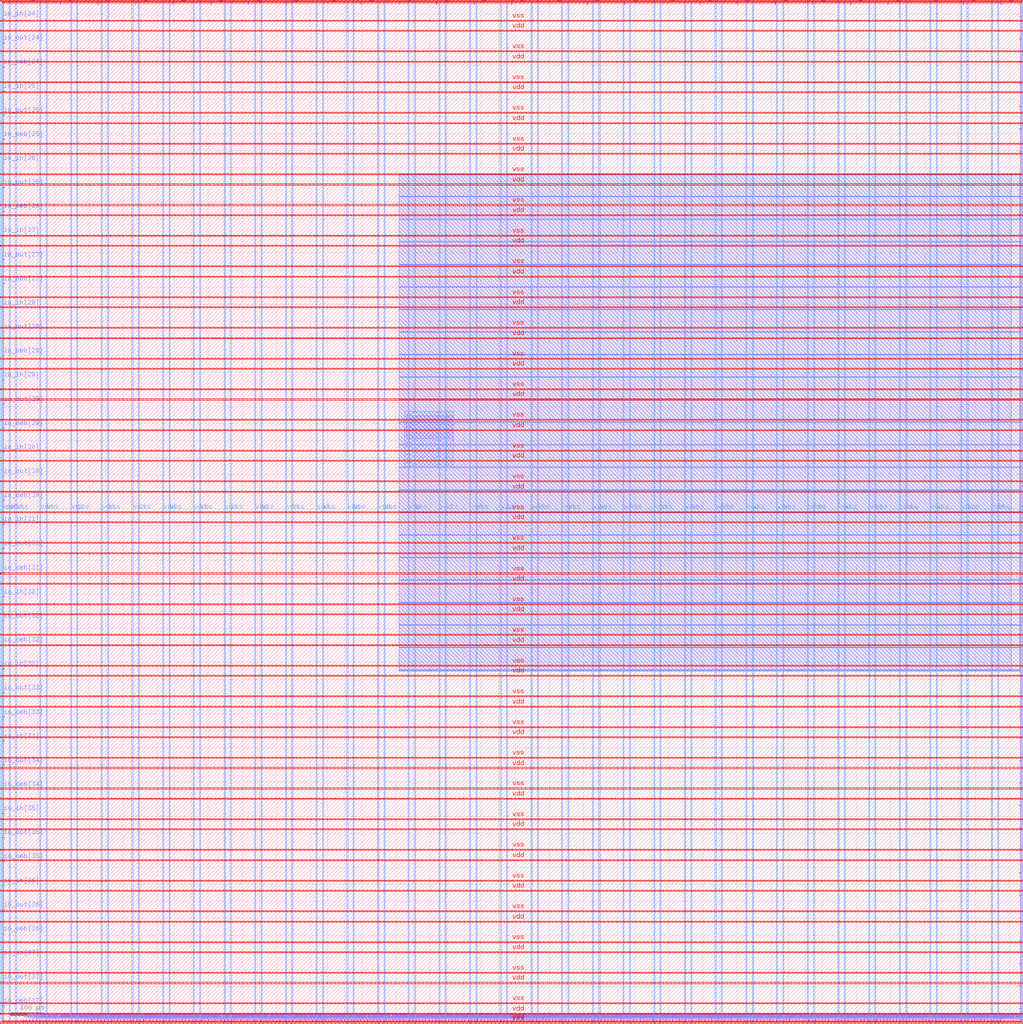
<source format=lef>
VERSION 5.7 ;
  NOWIREEXTENSIONATPIN ON ;
  DIVIDERCHAR "/" ;
  BUSBITCHARS "[]" ;
MACRO user_project_wrapper
  CLASS BLOCK ;
  FOREIGN user_project_wrapper ;
  ORIGIN 0.000 0.000 ;
  SIZE 2980.200 BY 2980.200 ;
  PIN io_in[0]
    DIRECTION INPUT ;
    USE SIGNAL ;
    PORT
      LAYER Metal3 ;
        RECT 2977.800 35.560 2985.000 36.680 ;
    END
  END io_in[0]
  PIN io_in[10]
    DIRECTION INPUT ;
    USE SIGNAL ;
    PORT
      LAYER Metal3 ;
        RECT 2977.800 2017.960 2985.000 2019.080 ;
    END
  END io_in[10]
  PIN io_in[11]
    DIRECTION INPUT ;
    USE SIGNAL ;
    PORT
      LAYER Metal3 ;
        RECT 2977.800 2216.200 2985.000 2217.320 ;
    END
  END io_in[11]
  PIN io_in[12]
    DIRECTION INPUT ;
    USE SIGNAL ;
    PORT
      LAYER Metal3 ;
        RECT 2977.800 2414.440 2985.000 2415.560 ;
    END
  END io_in[12]
  PIN io_in[13]
    DIRECTION INPUT ;
    USE SIGNAL ;
    PORT
      LAYER Metal3 ;
        RECT 2977.800 2612.680 2985.000 2613.800 ;
    END
  END io_in[13]
  PIN io_in[14]
    DIRECTION INPUT ;
    USE SIGNAL ;
    PORT
      LAYER Metal3 ;
        RECT 2977.800 2810.920 2985.000 2812.040 ;
    END
  END io_in[14]
  PIN io_in[15]
    DIRECTION INPUT ;
    USE SIGNAL ;
    PORT
      LAYER Metal2 ;
        RECT 2923.480 2977.800 2924.600 2985.000 ;
    END
  END io_in[15]
  PIN io_in[16]
    DIRECTION INPUT ;
    USE SIGNAL ;
    PORT
      LAYER Metal2 ;
        RECT 2592.520 2977.800 2593.640 2985.000 ;
    END
  END io_in[16]
  PIN io_in[17]
    DIRECTION INPUT ;
    USE SIGNAL ;
    PORT
      LAYER Metal2 ;
        RECT 2261.560 2977.800 2262.680 2985.000 ;
    END
  END io_in[17]
  PIN io_in[18]
    DIRECTION INPUT ;
    USE SIGNAL ;
    PORT
      LAYER Metal2 ;
        RECT 1930.600 2977.800 1931.720 2985.000 ;
    END
  END io_in[18]
  PIN io_in[19]
    DIRECTION INPUT ;
    USE SIGNAL ;
    PORT
      LAYER Metal2 ;
        RECT 1599.640 2977.800 1600.760 2985.000 ;
    END
  END io_in[19]
  PIN io_in[1]
    DIRECTION INPUT ;
    USE SIGNAL ;
    PORT
      LAYER Metal3 ;
        RECT 2977.800 233.800 2985.000 234.920 ;
    END
  END io_in[1]
  PIN io_in[20]
    DIRECTION INPUT ;
    USE SIGNAL ;
    PORT
      LAYER Metal2 ;
        RECT 1268.680 2977.800 1269.800 2985.000 ;
    END
  END io_in[20]
  PIN io_in[21]
    DIRECTION INPUT ;
    USE SIGNAL ;
    PORT
      LAYER Metal2 ;
        RECT 937.720 2977.800 938.840 2985.000 ;
    END
  END io_in[21]
  PIN io_in[22]
    DIRECTION INPUT ;
    USE SIGNAL ;
    PORT
      LAYER Metal2 ;
        RECT 606.760 2977.800 607.880 2985.000 ;
    END
  END io_in[22]
  PIN io_in[23]
    DIRECTION INPUT ;
    USE SIGNAL ;
    PORT
      LAYER Metal2 ;
        RECT 275.800 2977.800 276.920 2985.000 ;
    END
  END io_in[23]
  PIN io_in[24]
    DIRECTION INPUT ;
    USE SIGNAL ;
    PORT
      LAYER Metal3 ;
        RECT -4.800 2935.800 2.400 2936.920 ;
    END
  END io_in[24]
  PIN io_in[25]
    DIRECTION INPUT ;
    USE SIGNAL ;
    PORT
      LAYER Metal3 ;
        RECT -4.800 2724.120 2.400 2725.240 ;
    END
  END io_in[25]
  PIN io_in[26]
    DIRECTION INPUT ;
    USE SIGNAL ;
    PORT
      LAYER Metal3 ;
        RECT -4.800 2512.440 2.400 2513.560 ;
    END
  END io_in[26]
  PIN io_in[27]
    DIRECTION INPUT ;
    USE SIGNAL ;
    PORT
      LAYER Metal3 ;
        RECT -4.800 2300.760 2.400 2301.880 ;
    END
  END io_in[27]
  PIN io_in[28]
    DIRECTION INPUT ;
    USE SIGNAL ;
    PORT
      LAYER Metal3 ;
        RECT -4.800 2089.080 2.400 2090.200 ;
    END
  END io_in[28]
  PIN io_in[29]
    DIRECTION INPUT ;
    USE SIGNAL ;
    PORT
      LAYER Metal3 ;
        RECT -4.800 1877.400 2.400 1878.520 ;
    END
  END io_in[29]
  PIN io_in[2]
    DIRECTION INPUT ;
    USE SIGNAL ;
    PORT
      LAYER Metal3 ;
        RECT 2977.800 432.040 2985.000 433.160 ;
    END
  END io_in[2]
  PIN io_in[30]
    DIRECTION INPUT ;
    USE SIGNAL ;
    PORT
      LAYER Metal3 ;
        RECT -4.800 1665.720 2.400 1666.840 ;
    END
  END io_in[30]
  PIN io_in[31]
    DIRECTION INPUT ;
    USE SIGNAL ;
    PORT
      LAYER Metal3 ;
        RECT -4.800 1454.040 2.400 1455.160 ;
    END
  END io_in[31]
  PIN io_in[32]
    DIRECTION INPUT ;
    USE SIGNAL ;
    PORT
      LAYER Metal3 ;
        RECT -4.800 1242.360 2.400 1243.480 ;
    END
  END io_in[32]
  PIN io_in[33]
    DIRECTION INPUT ;
    USE SIGNAL ;
    PORT
      LAYER Metal3 ;
        RECT -4.800 1030.680 2.400 1031.800 ;
    END
  END io_in[33]
  PIN io_in[34]
    DIRECTION INPUT ;
    USE SIGNAL ;
    PORT
      LAYER Metal3 ;
        RECT -4.800 819.000 2.400 820.120 ;
    END
  END io_in[34]
  PIN io_in[35]
    DIRECTION INPUT ;
    USE SIGNAL ;
    PORT
      LAYER Metal3 ;
        RECT -4.800 607.320 2.400 608.440 ;
    END
  END io_in[35]
  PIN io_in[36]
    DIRECTION INPUT ;
    USE SIGNAL ;
    PORT
      LAYER Metal3 ;
        RECT -4.800 395.640 2.400 396.760 ;
    END
  END io_in[36]
  PIN io_in[37]
    DIRECTION INPUT ;
    USE SIGNAL ;
    PORT
      LAYER Metal3 ;
        RECT -4.800 183.960 2.400 185.080 ;
    END
  END io_in[37]
  PIN io_in[3]
    DIRECTION INPUT ;
    USE SIGNAL ;
    PORT
      LAYER Metal3 ;
        RECT 2977.800 630.280 2985.000 631.400 ;
    END
  END io_in[3]
  PIN io_in[4]
    DIRECTION INPUT ;
    USE SIGNAL ;
    PORT
      LAYER Metal3 ;
        RECT 2977.800 828.520 2985.000 829.640 ;
    END
  END io_in[4]
  PIN io_in[5]
    DIRECTION INPUT ;
    USE SIGNAL ;
    PORT
      LAYER Metal3 ;
        RECT 2977.800 1026.760 2985.000 1027.880 ;
    END
  END io_in[5]
  PIN io_in[6]
    DIRECTION INPUT ;
    USE SIGNAL ;
    PORT
      LAYER Metal3 ;
        RECT 2977.800 1225.000 2985.000 1226.120 ;
    END
  END io_in[6]
  PIN io_in[7]
    DIRECTION INPUT ;
    USE SIGNAL ;
    PORT
      LAYER Metal3 ;
        RECT 2977.800 1423.240 2985.000 1424.360 ;
    END
  END io_in[7]
  PIN io_in[8]
    DIRECTION INPUT ;
    USE SIGNAL ;
    PORT
      LAYER Metal3 ;
        RECT 2977.800 1621.480 2985.000 1622.600 ;
    END
  END io_in[8]
  PIN io_in[9]
    DIRECTION INPUT ;
    USE SIGNAL ;
    PORT
      LAYER Metal3 ;
        RECT 2977.800 1819.720 2985.000 1820.840 ;
    END
  END io_in[9]
  PIN io_oeb[0]
    DIRECTION OUTPUT TRISTATE ;
    USE SIGNAL ;
    PORT
      LAYER Metal3 ;
        RECT 2977.800 167.720 2985.000 168.840 ;
    END
  END io_oeb[0]
  PIN io_oeb[10]
    DIRECTION OUTPUT TRISTATE ;
    USE SIGNAL ;
    PORT
      LAYER Metal3 ;
        RECT 2977.800 2150.120 2985.000 2151.240 ;
    END
  END io_oeb[10]
  PIN io_oeb[11]
    DIRECTION OUTPUT TRISTATE ;
    USE SIGNAL ;
    PORT
      LAYER Metal3 ;
        RECT 2977.800 2348.360 2985.000 2349.480 ;
    END
  END io_oeb[11]
  PIN io_oeb[12]
    DIRECTION OUTPUT TRISTATE ;
    USE SIGNAL ;
    PORT
      LAYER Metal3 ;
        RECT 2977.800 2546.600 2985.000 2547.720 ;
    END
  END io_oeb[12]
  PIN io_oeb[13]
    DIRECTION OUTPUT TRISTATE ;
    USE SIGNAL ;
    PORT
      LAYER Metal3 ;
        RECT 2977.800 2744.840 2985.000 2745.960 ;
    END
  END io_oeb[13]
  PIN io_oeb[14]
    DIRECTION OUTPUT TRISTATE ;
    USE SIGNAL ;
    PORT
      LAYER Metal3 ;
        RECT 2977.800 2943.080 2985.000 2944.200 ;
    END
  END io_oeb[14]
  PIN io_oeb[15]
    DIRECTION OUTPUT TRISTATE ;
    USE SIGNAL ;
    PORT
      LAYER Metal2 ;
        RECT 2702.840 2977.800 2703.960 2985.000 ;
    END
  END io_oeb[15]
  PIN io_oeb[16]
    DIRECTION OUTPUT TRISTATE ;
    USE SIGNAL ;
    PORT
      LAYER Metal2 ;
        RECT 2371.880 2977.800 2373.000 2985.000 ;
    END
  END io_oeb[16]
  PIN io_oeb[17]
    DIRECTION OUTPUT TRISTATE ;
    USE SIGNAL ;
    PORT
      LAYER Metal2 ;
        RECT 2040.920 2977.800 2042.040 2985.000 ;
    END
  END io_oeb[17]
  PIN io_oeb[18]
    DIRECTION OUTPUT TRISTATE ;
    USE SIGNAL ;
    PORT
      LAYER Metal2 ;
        RECT 1709.960 2977.800 1711.080 2985.000 ;
    END
  END io_oeb[18]
  PIN io_oeb[19]
    DIRECTION OUTPUT TRISTATE ;
    USE SIGNAL ;
    PORT
      LAYER Metal2 ;
        RECT 1379.000 2977.800 1380.120 2985.000 ;
    END
  END io_oeb[19]
  PIN io_oeb[1]
    DIRECTION OUTPUT TRISTATE ;
    USE SIGNAL ;
    PORT
      LAYER Metal3 ;
        RECT 2977.800 365.960 2985.000 367.080 ;
    END
  END io_oeb[1]
  PIN io_oeb[20]
    DIRECTION OUTPUT TRISTATE ;
    USE SIGNAL ;
    PORT
      LAYER Metal2 ;
        RECT 1048.040 2977.800 1049.160 2985.000 ;
    END
  END io_oeb[20]
  PIN io_oeb[21]
    DIRECTION OUTPUT TRISTATE ;
    USE SIGNAL ;
    PORT
      LAYER Metal2 ;
        RECT 717.080 2977.800 718.200 2985.000 ;
    END
  END io_oeb[21]
  PIN io_oeb[22]
    DIRECTION OUTPUT TRISTATE ;
    USE SIGNAL ;
    PORT
      LAYER Metal2 ;
        RECT 386.120 2977.800 387.240 2985.000 ;
    END
  END io_oeb[22]
  PIN io_oeb[23]
    DIRECTION OUTPUT TRISTATE ;
    USE SIGNAL ;
    PORT
      LAYER Metal2 ;
        RECT 55.160 2977.800 56.280 2985.000 ;
    END
  END io_oeb[23]
  PIN io_oeb[24]
    DIRECTION OUTPUT TRISTATE ;
    USE SIGNAL ;
    PORT
      LAYER Metal3 ;
        RECT -4.800 2794.680 2.400 2795.800 ;
    END
  END io_oeb[24]
  PIN io_oeb[25]
    DIRECTION OUTPUT TRISTATE ;
    USE SIGNAL ;
    PORT
      LAYER Metal3 ;
        RECT -4.800 2583.000 2.400 2584.120 ;
    END
  END io_oeb[25]
  PIN io_oeb[26]
    DIRECTION OUTPUT TRISTATE ;
    USE SIGNAL ;
    PORT
      LAYER Metal3 ;
        RECT -4.800 2371.320 2.400 2372.440 ;
    END
  END io_oeb[26]
  PIN io_oeb[27]
    DIRECTION OUTPUT TRISTATE ;
    USE SIGNAL ;
    PORT
      LAYER Metal3 ;
        RECT -4.800 2159.640 2.400 2160.760 ;
    END
  END io_oeb[27]
  PIN io_oeb[28]
    DIRECTION OUTPUT TRISTATE ;
    USE SIGNAL ;
    PORT
      LAYER Metal3 ;
        RECT -4.800 1947.960 2.400 1949.080 ;
    END
  END io_oeb[28]
  PIN io_oeb[29]
    DIRECTION OUTPUT TRISTATE ;
    USE SIGNAL ;
    PORT
      LAYER Metal3 ;
        RECT -4.800 1736.280 2.400 1737.400 ;
    END
  END io_oeb[29]
  PIN io_oeb[2]
    DIRECTION OUTPUT TRISTATE ;
    USE SIGNAL ;
    PORT
      LAYER Metal3 ;
        RECT 2977.800 564.200 2985.000 565.320 ;
    END
  END io_oeb[2]
  PIN io_oeb[30]
    DIRECTION OUTPUT TRISTATE ;
    USE SIGNAL ;
    PORT
      LAYER Metal3 ;
        RECT -4.800 1524.600 2.400 1525.720 ;
    END
  END io_oeb[30]
  PIN io_oeb[31]
    DIRECTION OUTPUT TRISTATE ;
    USE SIGNAL ;
    PORT
      LAYER Metal3 ;
        RECT -4.800 1312.920 2.400 1314.040 ;
    END
  END io_oeb[31]
  PIN io_oeb[32]
    DIRECTION OUTPUT TRISTATE ;
    USE SIGNAL ;
    PORT
      LAYER Metal3 ;
        RECT -4.800 1101.240 2.400 1102.360 ;
    END
  END io_oeb[32]
  PIN io_oeb[33]
    DIRECTION OUTPUT TRISTATE ;
    USE SIGNAL ;
    PORT
      LAYER Metal3 ;
        RECT -4.800 889.560 2.400 890.680 ;
    END
  END io_oeb[33]
  PIN io_oeb[34]
    DIRECTION OUTPUT TRISTATE ;
    USE SIGNAL ;
    PORT
      LAYER Metal3 ;
        RECT -4.800 677.880 2.400 679.000 ;
    END
  END io_oeb[34]
  PIN io_oeb[35]
    DIRECTION OUTPUT TRISTATE ;
    USE SIGNAL ;
    PORT
      LAYER Metal3 ;
        RECT -4.800 466.200 2.400 467.320 ;
    END
  END io_oeb[35]
  PIN io_oeb[36]
    DIRECTION OUTPUT TRISTATE ;
    USE SIGNAL ;
    PORT
      LAYER Metal3 ;
        RECT -4.800 254.520 2.400 255.640 ;
    END
  END io_oeb[36]
  PIN io_oeb[37]
    DIRECTION OUTPUT TRISTATE ;
    USE SIGNAL ;
    PORT
      LAYER Metal3 ;
        RECT -4.800 42.840 2.400 43.960 ;
    END
  END io_oeb[37]
  PIN io_oeb[3]
    DIRECTION OUTPUT TRISTATE ;
    USE SIGNAL ;
    PORT
      LAYER Metal3 ;
        RECT 2977.800 762.440 2985.000 763.560 ;
    END
  END io_oeb[3]
  PIN io_oeb[4]
    DIRECTION OUTPUT TRISTATE ;
    USE SIGNAL ;
    PORT
      LAYER Metal3 ;
        RECT 2977.800 960.680 2985.000 961.800 ;
    END
  END io_oeb[4]
  PIN io_oeb[5]
    DIRECTION OUTPUT TRISTATE ;
    USE SIGNAL ;
    PORT
      LAYER Metal3 ;
        RECT 2977.800 1158.920 2985.000 1160.040 ;
    END
  END io_oeb[5]
  PIN io_oeb[6]
    DIRECTION OUTPUT TRISTATE ;
    USE SIGNAL ;
    PORT
      LAYER Metal3 ;
        RECT 2977.800 1357.160 2985.000 1358.280 ;
    END
  END io_oeb[6]
  PIN io_oeb[7]
    DIRECTION OUTPUT TRISTATE ;
    USE SIGNAL ;
    PORT
      LAYER Metal3 ;
        RECT 2977.800 1555.400 2985.000 1556.520 ;
    END
  END io_oeb[7]
  PIN io_oeb[8]
    DIRECTION OUTPUT TRISTATE ;
    USE SIGNAL ;
    PORT
      LAYER Metal3 ;
        RECT 2977.800 1753.640 2985.000 1754.760 ;
    END
  END io_oeb[8]
  PIN io_oeb[9]
    DIRECTION OUTPUT TRISTATE ;
    USE SIGNAL ;
    PORT
      LAYER Metal3 ;
        RECT 2977.800 1951.880 2985.000 1953.000 ;
    END
  END io_oeb[9]
  PIN io_out[0]
    DIRECTION OUTPUT TRISTATE ;
    USE SIGNAL ;
    PORT
      LAYER Metal3 ;
        RECT 2977.800 101.640 2985.000 102.760 ;
    END
  END io_out[0]
  PIN io_out[10]
    DIRECTION OUTPUT TRISTATE ;
    USE SIGNAL ;
    PORT
      LAYER Metal3 ;
        RECT 2977.800 2084.040 2985.000 2085.160 ;
    END
  END io_out[10]
  PIN io_out[11]
    DIRECTION OUTPUT TRISTATE ;
    USE SIGNAL ;
    PORT
      LAYER Metal3 ;
        RECT 2977.800 2282.280 2985.000 2283.400 ;
    END
  END io_out[11]
  PIN io_out[12]
    DIRECTION OUTPUT TRISTATE ;
    USE SIGNAL ;
    PORT
      LAYER Metal3 ;
        RECT 2977.800 2480.520 2985.000 2481.640 ;
    END
  END io_out[12]
  PIN io_out[13]
    DIRECTION OUTPUT TRISTATE ;
    USE SIGNAL ;
    PORT
      LAYER Metal3 ;
        RECT 2977.800 2678.760 2985.000 2679.880 ;
    END
  END io_out[13]
  PIN io_out[14]
    DIRECTION OUTPUT TRISTATE ;
    USE SIGNAL ;
    PORT
      LAYER Metal3 ;
        RECT 2977.800 2877.000 2985.000 2878.120 ;
    END
  END io_out[14]
  PIN io_out[15]
    DIRECTION OUTPUT TRISTATE ;
    USE SIGNAL ;
    PORT
      LAYER Metal2 ;
        RECT 2813.160 2977.800 2814.280 2985.000 ;
    END
  END io_out[15]
  PIN io_out[16]
    DIRECTION OUTPUT TRISTATE ;
    USE SIGNAL ;
    PORT
      LAYER Metal2 ;
        RECT 2482.200 2977.800 2483.320 2985.000 ;
    END
  END io_out[16]
  PIN io_out[17]
    DIRECTION OUTPUT TRISTATE ;
    USE SIGNAL ;
    PORT
      LAYER Metal2 ;
        RECT 2151.240 2977.800 2152.360 2985.000 ;
    END
  END io_out[17]
  PIN io_out[18]
    DIRECTION OUTPUT TRISTATE ;
    USE SIGNAL ;
    PORT
      LAYER Metal2 ;
        RECT 1820.280 2977.800 1821.400 2985.000 ;
    END
  END io_out[18]
  PIN io_out[19]
    DIRECTION OUTPUT TRISTATE ;
    USE SIGNAL ;
    PORT
      LAYER Metal2 ;
        RECT 1489.320 2977.800 1490.440 2985.000 ;
    END
  END io_out[19]
  PIN io_out[1]
    DIRECTION OUTPUT TRISTATE ;
    USE SIGNAL ;
    PORT
      LAYER Metal3 ;
        RECT 2977.800 299.880 2985.000 301.000 ;
    END
  END io_out[1]
  PIN io_out[20]
    DIRECTION OUTPUT TRISTATE ;
    USE SIGNAL ;
    PORT
      LAYER Metal2 ;
        RECT 1158.360 2977.800 1159.480 2985.000 ;
    END
  END io_out[20]
  PIN io_out[21]
    DIRECTION OUTPUT TRISTATE ;
    USE SIGNAL ;
    PORT
      LAYER Metal2 ;
        RECT 827.400 2977.800 828.520 2985.000 ;
    END
  END io_out[21]
  PIN io_out[22]
    DIRECTION OUTPUT TRISTATE ;
    USE SIGNAL ;
    PORT
      LAYER Metal2 ;
        RECT 496.440 2977.800 497.560 2985.000 ;
    END
  END io_out[22]
  PIN io_out[23]
    DIRECTION OUTPUT TRISTATE ;
    USE SIGNAL ;
    PORT
      LAYER Metal2 ;
        RECT 165.480 2977.800 166.600 2985.000 ;
    END
  END io_out[23]
  PIN io_out[24]
    DIRECTION OUTPUT TRISTATE ;
    USE SIGNAL ;
    PORT
      LAYER Metal3 ;
        RECT -4.800 2865.240 2.400 2866.360 ;
    END
  END io_out[24]
  PIN io_out[25]
    DIRECTION OUTPUT TRISTATE ;
    USE SIGNAL ;
    PORT
      LAYER Metal3 ;
        RECT -4.800 2653.560 2.400 2654.680 ;
    END
  END io_out[25]
  PIN io_out[26]
    DIRECTION OUTPUT TRISTATE ;
    USE SIGNAL ;
    PORT
      LAYER Metal3 ;
        RECT -4.800 2441.880 2.400 2443.000 ;
    END
  END io_out[26]
  PIN io_out[27]
    DIRECTION OUTPUT TRISTATE ;
    USE SIGNAL ;
    PORT
      LAYER Metal3 ;
        RECT -4.800 2230.200 2.400 2231.320 ;
    END
  END io_out[27]
  PIN io_out[28]
    DIRECTION OUTPUT TRISTATE ;
    USE SIGNAL ;
    PORT
      LAYER Metal3 ;
        RECT -4.800 2018.520 2.400 2019.640 ;
    END
  END io_out[28]
  PIN io_out[29]
    DIRECTION OUTPUT TRISTATE ;
    USE SIGNAL ;
    PORT
      LAYER Metal3 ;
        RECT -4.800 1806.840 2.400 1807.960 ;
    END
  END io_out[29]
  PIN io_out[2]
    DIRECTION OUTPUT TRISTATE ;
    USE SIGNAL ;
    PORT
      LAYER Metal3 ;
        RECT 2977.800 498.120 2985.000 499.240 ;
    END
  END io_out[2]
  PIN io_out[30]
    DIRECTION OUTPUT TRISTATE ;
    USE SIGNAL ;
    PORT
      LAYER Metal3 ;
        RECT -4.800 1595.160 2.400 1596.280 ;
    END
  END io_out[30]
  PIN io_out[31]
    DIRECTION OUTPUT TRISTATE ;
    USE SIGNAL ;
    PORT
      LAYER Metal3 ;
        RECT -4.800 1383.480 2.400 1384.600 ;
    END
  END io_out[31]
  PIN io_out[32]
    DIRECTION OUTPUT TRISTATE ;
    USE SIGNAL ;
    PORT
      LAYER Metal3 ;
        RECT -4.800 1171.800 2.400 1172.920 ;
    END
  END io_out[32]
  PIN io_out[33]
    DIRECTION OUTPUT TRISTATE ;
    USE SIGNAL ;
    PORT
      LAYER Metal3 ;
        RECT -4.800 960.120 2.400 961.240 ;
    END
  END io_out[33]
  PIN io_out[34]
    DIRECTION OUTPUT TRISTATE ;
    USE SIGNAL ;
    PORT
      LAYER Metal3 ;
        RECT -4.800 748.440 2.400 749.560 ;
    END
  END io_out[34]
  PIN io_out[35]
    DIRECTION OUTPUT TRISTATE ;
    USE SIGNAL ;
    PORT
      LAYER Metal3 ;
        RECT -4.800 536.760 2.400 537.880 ;
    END
  END io_out[35]
  PIN io_out[36]
    DIRECTION OUTPUT TRISTATE ;
    USE SIGNAL ;
    PORT
      LAYER Metal3 ;
        RECT -4.800 325.080 2.400 326.200 ;
    END
  END io_out[36]
  PIN io_out[37]
    DIRECTION OUTPUT TRISTATE ;
    USE SIGNAL ;
    PORT
      LAYER Metal3 ;
        RECT -4.800 113.400 2.400 114.520 ;
    END
  END io_out[37]
  PIN io_out[3]
    DIRECTION OUTPUT TRISTATE ;
    USE SIGNAL ;
    PORT
      LAYER Metal3 ;
        RECT 2977.800 696.360 2985.000 697.480 ;
    END
  END io_out[3]
  PIN io_out[4]
    DIRECTION OUTPUT TRISTATE ;
    USE SIGNAL ;
    PORT
      LAYER Metal3 ;
        RECT 2977.800 894.600 2985.000 895.720 ;
    END
  END io_out[4]
  PIN io_out[5]
    DIRECTION OUTPUT TRISTATE ;
    USE SIGNAL ;
    PORT
      LAYER Metal3 ;
        RECT 2977.800 1092.840 2985.000 1093.960 ;
    END
  END io_out[5]
  PIN io_out[6]
    DIRECTION OUTPUT TRISTATE ;
    USE SIGNAL ;
    PORT
      LAYER Metal3 ;
        RECT 2977.800 1291.080 2985.000 1292.200 ;
    END
  END io_out[6]
  PIN io_out[7]
    DIRECTION OUTPUT TRISTATE ;
    USE SIGNAL ;
    PORT
      LAYER Metal3 ;
        RECT 2977.800 1489.320 2985.000 1490.440 ;
    END
  END io_out[7]
  PIN io_out[8]
    DIRECTION OUTPUT TRISTATE ;
    USE SIGNAL ;
    PORT
      LAYER Metal3 ;
        RECT 2977.800 1687.560 2985.000 1688.680 ;
    END
  END io_out[8]
  PIN io_out[9]
    DIRECTION OUTPUT TRISTATE ;
    USE SIGNAL ;
    PORT
      LAYER Metal3 ;
        RECT 2977.800 1885.800 2985.000 1886.920 ;
    END
  END io_out[9]
  PIN la_data_in[0]
    DIRECTION INPUT ;
    USE SIGNAL ;
    PORT
      LAYER Metal2 ;
        RECT 1065.960 -4.800 1067.080 2.400 ;
    END
  END la_data_in[0]
  PIN la_data_in[10]
    DIRECTION INPUT ;
    USE SIGNAL ;
    PORT
      LAYER Metal2 ;
        RECT 1351.560 -4.800 1352.680 2.400 ;
    END
  END la_data_in[10]
  PIN la_data_in[11]
    DIRECTION INPUT ;
    USE SIGNAL ;
    PORT
      LAYER Metal2 ;
        RECT 1380.120 -4.800 1381.240 2.400 ;
    END
  END la_data_in[11]
  PIN la_data_in[12]
    DIRECTION INPUT ;
    USE SIGNAL ;
    PORT
      LAYER Metal2 ;
        RECT 1408.680 -4.800 1409.800 2.400 ;
    END
  END la_data_in[12]
  PIN la_data_in[13]
    DIRECTION INPUT ;
    USE SIGNAL ;
    PORT
      LAYER Metal2 ;
        RECT 1437.240 -4.800 1438.360 2.400 ;
    END
  END la_data_in[13]
  PIN la_data_in[14]
    DIRECTION INPUT ;
    USE SIGNAL ;
    PORT
      LAYER Metal2 ;
        RECT 1465.800 -4.800 1466.920 2.400 ;
    END
  END la_data_in[14]
  PIN la_data_in[15]
    DIRECTION INPUT ;
    USE SIGNAL ;
    PORT
      LAYER Metal2 ;
        RECT 1494.360 -4.800 1495.480 2.400 ;
    END
  END la_data_in[15]
  PIN la_data_in[16]
    DIRECTION INPUT ;
    USE SIGNAL ;
    PORT
      LAYER Metal2 ;
        RECT 1522.920 -4.800 1524.040 2.400 ;
    END
  END la_data_in[16]
  PIN la_data_in[17]
    DIRECTION INPUT ;
    USE SIGNAL ;
    PORT
      LAYER Metal2 ;
        RECT 1551.480 -4.800 1552.600 2.400 ;
    END
  END la_data_in[17]
  PIN la_data_in[18]
    DIRECTION INPUT ;
    USE SIGNAL ;
    PORT
      LAYER Metal2 ;
        RECT 1580.040 -4.800 1581.160 2.400 ;
    END
  END la_data_in[18]
  PIN la_data_in[19]
    DIRECTION INPUT ;
    USE SIGNAL ;
    PORT
      LAYER Metal2 ;
        RECT 1608.600 -4.800 1609.720 2.400 ;
    END
  END la_data_in[19]
  PIN la_data_in[1]
    DIRECTION INPUT ;
    USE SIGNAL ;
    PORT
      LAYER Metal2 ;
        RECT 1094.520 -4.800 1095.640 2.400 ;
    END
  END la_data_in[1]
  PIN la_data_in[20]
    DIRECTION INPUT ;
    USE SIGNAL ;
    PORT
      LAYER Metal2 ;
        RECT 1637.160 -4.800 1638.280 2.400 ;
    END
  END la_data_in[20]
  PIN la_data_in[21]
    DIRECTION INPUT ;
    USE SIGNAL ;
    PORT
      LAYER Metal2 ;
        RECT 1665.720 -4.800 1666.840 2.400 ;
    END
  END la_data_in[21]
  PIN la_data_in[22]
    DIRECTION INPUT ;
    USE SIGNAL ;
    PORT
      LAYER Metal2 ;
        RECT 1694.280 -4.800 1695.400 2.400 ;
    END
  END la_data_in[22]
  PIN la_data_in[23]
    DIRECTION INPUT ;
    USE SIGNAL ;
    PORT
      LAYER Metal2 ;
        RECT 1722.840 -4.800 1723.960 2.400 ;
    END
  END la_data_in[23]
  PIN la_data_in[24]
    DIRECTION INPUT ;
    USE SIGNAL ;
    PORT
      LAYER Metal2 ;
        RECT 1751.400 -4.800 1752.520 2.400 ;
    END
  END la_data_in[24]
  PIN la_data_in[25]
    DIRECTION INPUT ;
    USE SIGNAL ;
    PORT
      LAYER Metal2 ;
        RECT 1779.960 -4.800 1781.080 2.400 ;
    END
  END la_data_in[25]
  PIN la_data_in[26]
    DIRECTION INPUT ;
    USE SIGNAL ;
    PORT
      LAYER Metal2 ;
        RECT 1808.520 -4.800 1809.640 2.400 ;
    END
  END la_data_in[26]
  PIN la_data_in[27]
    DIRECTION INPUT ;
    USE SIGNAL ;
    PORT
      LAYER Metal2 ;
        RECT 1837.080 -4.800 1838.200 2.400 ;
    END
  END la_data_in[27]
  PIN la_data_in[28]
    DIRECTION INPUT ;
    USE SIGNAL ;
    PORT
      LAYER Metal2 ;
        RECT 1865.640 -4.800 1866.760 2.400 ;
    END
  END la_data_in[28]
  PIN la_data_in[29]
    DIRECTION INPUT ;
    USE SIGNAL ;
    PORT
      LAYER Metal2 ;
        RECT 1894.200 -4.800 1895.320 2.400 ;
    END
  END la_data_in[29]
  PIN la_data_in[2]
    DIRECTION INPUT ;
    USE SIGNAL ;
    PORT
      LAYER Metal2 ;
        RECT 1123.080 -4.800 1124.200 2.400 ;
    END
  END la_data_in[2]
  PIN la_data_in[30]
    DIRECTION INPUT ;
    USE SIGNAL ;
    PORT
      LAYER Metal2 ;
        RECT 1922.760 -4.800 1923.880 2.400 ;
    END
  END la_data_in[30]
  PIN la_data_in[31]
    DIRECTION INPUT ;
    USE SIGNAL ;
    PORT
      LAYER Metal2 ;
        RECT 1951.320 -4.800 1952.440 2.400 ;
    END
  END la_data_in[31]
  PIN la_data_in[32]
    DIRECTION INPUT ;
    USE SIGNAL ;
    PORT
      LAYER Metal2 ;
        RECT 1979.880 -4.800 1981.000 2.400 ;
    END
  END la_data_in[32]
  PIN la_data_in[33]
    DIRECTION INPUT ;
    USE SIGNAL ;
    PORT
      LAYER Metal2 ;
        RECT 2008.440 -4.800 2009.560 2.400 ;
    END
  END la_data_in[33]
  PIN la_data_in[34]
    DIRECTION INPUT ;
    USE SIGNAL ;
    PORT
      LAYER Metal2 ;
        RECT 2037.000 -4.800 2038.120 2.400 ;
    END
  END la_data_in[34]
  PIN la_data_in[35]
    DIRECTION INPUT ;
    USE SIGNAL ;
    PORT
      LAYER Metal2 ;
        RECT 2065.560 -4.800 2066.680 2.400 ;
    END
  END la_data_in[35]
  PIN la_data_in[36]
    DIRECTION INPUT ;
    USE SIGNAL ;
    PORT
      LAYER Metal2 ;
        RECT 2094.120 -4.800 2095.240 2.400 ;
    END
  END la_data_in[36]
  PIN la_data_in[37]
    DIRECTION INPUT ;
    USE SIGNAL ;
    PORT
      LAYER Metal2 ;
        RECT 2122.680 -4.800 2123.800 2.400 ;
    END
  END la_data_in[37]
  PIN la_data_in[38]
    DIRECTION INPUT ;
    USE SIGNAL ;
    PORT
      LAYER Metal2 ;
        RECT 2151.240 -4.800 2152.360 2.400 ;
    END
  END la_data_in[38]
  PIN la_data_in[39]
    DIRECTION INPUT ;
    USE SIGNAL ;
    PORT
      LAYER Metal2 ;
        RECT 2179.800 -4.800 2180.920 2.400 ;
    END
  END la_data_in[39]
  PIN la_data_in[3]
    DIRECTION INPUT ;
    USE SIGNAL ;
    PORT
      LAYER Metal2 ;
        RECT 1151.640 -4.800 1152.760 2.400 ;
    END
  END la_data_in[3]
  PIN la_data_in[40]
    DIRECTION INPUT ;
    USE SIGNAL ;
    PORT
      LAYER Metal2 ;
        RECT 2208.360 -4.800 2209.480 2.400 ;
    END
  END la_data_in[40]
  PIN la_data_in[41]
    DIRECTION INPUT ;
    USE SIGNAL ;
    PORT
      LAYER Metal2 ;
        RECT 2236.920 -4.800 2238.040 2.400 ;
    END
  END la_data_in[41]
  PIN la_data_in[42]
    DIRECTION INPUT ;
    USE SIGNAL ;
    PORT
      LAYER Metal2 ;
        RECT 2265.480 -4.800 2266.600 2.400 ;
    END
  END la_data_in[42]
  PIN la_data_in[43]
    DIRECTION INPUT ;
    USE SIGNAL ;
    PORT
      LAYER Metal2 ;
        RECT 2294.040 -4.800 2295.160 2.400 ;
    END
  END la_data_in[43]
  PIN la_data_in[44]
    DIRECTION INPUT ;
    USE SIGNAL ;
    PORT
      LAYER Metal2 ;
        RECT 2322.600 -4.800 2323.720 2.400 ;
    END
  END la_data_in[44]
  PIN la_data_in[45]
    DIRECTION INPUT ;
    USE SIGNAL ;
    PORT
      LAYER Metal2 ;
        RECT 2351.160 -4.800 2352.280 2.400 ;
    END
  END la_data_in[45]
  PIN la_data_in[46]
    DIRECTION INPUT ;
    USE SIGNAL ;
    PORT
      LAYER Metal2 ;
        RECT 2379.720 -4.800 2380.840 2.400 ;
    END
  END la_data_in[46]
  PIN la_data_in[47]
    DIRECTION INPUT ;
    USE SIGNAL ;
    PORT
      LAYER Metal2 ;
        RECT 2408.280 -4.800 2409.400 2.400 ;
    END
  END la_data_in[47]
  PIN la_data_in[48]
    DIRECTION INPUT ;
    USE SIGNAL ;
    PORT
      LAYER Metal2 ;
        RECT 2436.840 -4.800 2437.960 2.400 ;
    END
  END la_data_in[48]
  PIN la_data_in[49]
    DIRECTION INPUT ;
    USE SIGNAL ;
    PORT
      LAYER Metal2 ;
        RECT 2465.400 -4.800 2466.520 2.400 ;
    END
  END la_data_in[49]
  PIN la_data_in[4]
    DIRECTION INPUT ;
    USE SIGNAL ;
    PORT
      LAYER Metal2 ;
        RECT 1180.200 -4.800 1181.320 2.400 ;
    END
  END la_data_in[4]
  PIN la_data_in[50]
    DIRECTION INPUT ;
    USE SIGNAL ;
    PORT
      LAYER Metal2 ;
        RECT 2493.960 -4.800 2495.080 2.400 ;
    END
  END la_data_in[50]
  PIN la_data_in[51]
    DIRECTION INPUT ;
    USE SIGNAL ;
    PORT
      LAYER Metal2 ;
        RECT 2522.520 -4.800 2523.640 2.400 ;
    END
  END la_data_in[51]
  PIN la_data_in[52]
    DIRECTION INPUT ;
    USE SIGNAL ;
    PORT
      LAYER Metal2 ;
        RECT 2551.080 -4.800 2552.200 2.400 ;
    END
  END la_data_in[52]
  PIN la_data_in[53]
    DIRECTION INPUT ;
    USE SIGNAL ;
    PORT
      LAYER Metal2 ;
        RECT 2579.640 -4.800 2580.760 2.400 ;
    END
  END la_data_in[53]
  PIN la_data_in[54]
    DIRECTION INPUT ;
    USE SIGNAL ;
    PORT
      LAYER Metal2 ;
        RECT 2608.200 -4.800 2609.320 2.400 ;
    END
  END la_data_in[54]
  PIN la_data_in[55]
    DIRECTION INPUT ;
    USE SIGNAL ;
    PORT
      LAYER Metal2 ;
        RECT 2636.760 -4.800 2637.880 2.400 ;
    END
  END la_data_in[55]
  PIN la_data_in[56]
    DIRECTION INPUT ;
    USE SIGNAL ;
    PORT
      LAYER Metal2 ;
        RECT 2665.320 -4.800 2666.440 2.400 ;
    END
  END la_data_in[56]
  PIN la_data_in[57]
    DIRECTION INPUT ;
    USE SIGNAL ;
    PORT
      LAYER Metal2 ;
        RECT 2693.880 -4.800 2695.000 2.400 ;
    END
  END la_data_in[57]
  PIN la_data_in[58]
    DIRECTION INPUT ;
    USE SIGNAL ;
    PORT
      LAYER Metal2 ;
        RECT 2722.440 -4.800 2723.560 2.400 ;
    END
  END la_data_in[58]
  PIN la_data_in[59]
    DIRECTION INPUT ;
    USE SIGNAL ;
    PORT
      LAYER Metal2 ;
        RECT 2751.000 -4.800 2752.120 2.400 ;
    END
  END la_data_in[59]
  PIN la_data_in[5]
    DIRECTION INPUT ;
    USE SIGNAL ;
    PORT
      LAYER Metal2 ;
        RECT 1208.760 -4.800 1209.880 2.400 ;
    END
  END la_data_in[5]
  PIN la_data_in[60]
    DIRECTION INPUT ;
    USE SIGNAL ;
    PORT
      LAYER Metal2 ;
        RECT 2779.560 -4.800 2780.680 2.400 ;
    END
  END la_data_in[60]
  PIN la_data_in[61]
    DIRECTION INPUT ;
    USE SIGNAL ;
    PORT
      LAYER Metal2 ;
        RECT 2808.120 -4.800 2809.240 2.400 ;
    END
  END la_data_in[61]
  PIN la_data_in[62]
    DIRECTION INPUT ;
    USE SIGNAL ;
    PORT
      LAYER Metal2 ;
        RECT 2836.680 -4.800 2837.800 2.400 ;
    END
  END la_data_in[62]
  PIN la_data_in[63]
    DIRECTION INPUT ;
    USE SIGNAL ;
    PORT
      LAYER Metal2 ;
        RECT 2865.240 -4.800 2866.360 2.400 ;
    END
  END la_data_in[63]
  PIN la_data_in[6]
    DIRECTION INPUT ;
    USE SIGNAL ;
    PORT
      LAYER Metal2 ;
        RECT 1237.320 -4.800 1238.440 2.400 ;
    END
  END la_data_in[6]
  PIN la_data_in[7]
    DIRECTION INPUT ;
    USE SIGNAL ;
    PORT
      LAYER Metal2 ;
        RECT 1265.880 -4.800 1267.000 2.400 ;
    END
  END la_data_in[7]
  PIN la_data_in[8]
    DIRECTION INPUT ;
    USE SIGNAL ;
    PORT
      LAYER Metal2 ;
        RECT 1294.440 -4.800 1295.560 2.400 ;
    END
  END la_data_in[8]
  PIN la_data_in[9]
    DIRECTION INPUT ;
    USE SIGNAL ;
    PORT
      LAYER Metal2 ;
        RECT 1323.000 -4.800 1324.120 2.400 ;
    END
  END la_data_in[9]
  PIN la_data_out[0]
    DIRECTION OUTPUT TRISTATE ;
    USE SIGNAL ;
    PORT
      LAYER Metal2 ;
        RECT 1075.480 -4.800 1076.600 2.400 ;
    END
  END la_data_out[0]
  PIN la_data_out[10]
    DIRECTION OUTPUT TRISTATE ;
    USE SIGNAL ;
    PORT
      LAYER Metal2 ;
        RECT 1361.080 -4.800 1362.200 2.400 ;
    END
  END la_data_out[10]
  PIN la_data_out[11]
    DIRECTION OUTPUT TRISTATE ;
    USE SIGNAL ;
    PORT
      LAYER Metal2 ;
        RECT 1389.640 -4.800 1390.760 2.400 ;
    END
  END la_data_out[11]
  PIN la_data_out[12]
    DIRECTION OUTPUT TRISTATE ;
    USE SIGNAL ;
    PORT
      LAYER Metal2 ;
        RECT 1418.200 -4.800 1419.320 2.400 ;
    END
  END la_data_out[12]
  PIN la_data_out[13]
    DIRECTION OUTPUT TRISTATE ;
    USE SIGNAL ;
    PORT
      LAYER Metal2 ;
        RECT 1446.760 -4.800 1447.880 2.400 ;
    END
  END la_data_out[13]
  PIN la_data_out[14]
    DIRECTION OUTPUT TRISTATE ;
    USE SIGNAL ;
    PORT
      LAYER Metal2 ;
        RECT 1475.320 -4.800 1476.440 2.400 ;
    END
  END la_data_out[14]
  PIN la_data_out[15]
    DIRECTION OUTPUT TRISTATE ;
    USE SIGNAL ;
    PORT
      LAYER Metal2 ;
        RECT 1503.880 -4.800 1505.000 2.400 ;
    END
  END la_data_out[15]
  PIN la_data_out[16]
    DIRECTION OUTPUT TRISTATE ;
    USE SIGNAL ;
    PORT
      LAYER Metal2 ;
        RECT 1532.440 -4.800 1533.560 2.400 ;
    END
  END la_data_out[16]
  PIN la_data_out[17]
    DIRECTION OUTPUT TRISTATE ;
    USE SIGNAL ;
    PORT
      LAYER Metal2 ;
        RECT 1561.000 -4.800 1562.120 2.400 ;
    END
  END la_data_out[17]
  PIN la_data_out[18]
    DIRECTION OUTPUT TRISTATE ;
    USE SIGNAL ;
    PORT
      LAYER Metal2 ;
        RECT 1589.560 -4.800 1590.680 2.400 ;
    END
  END la_data_out[18]
  PIN la_data_out[19]
    DIRECTION OUTPUT TRISTATE ;
    USE SIGNAL ;
    PORT
      LAYER Metal2 ;
        RECT 1618.120 -4.800 1619.240 2.400 ;
    END
  END la_data_out[19]
  PIN la_data_out[1]
    DIRECTION OUTPUT TRISTATE ;
    USE SIGNAL ;
    PORT
      LAYER Metal2 ;
        RECT 1104.040 -4.800 1105.160 2.400 ;
    END
  END la_data_out[1]
  PIN la_data_out[20]
    DIRECTION OUTPUT TRISTATE ;
    USE SIGNAL ;
    PORT
      LAYER Metal2 ;
        RECT 1646.680 -4.800 1647.800 2.400 ;
    END
  END la_data_out[20]
  PIN la_data_out[21]
    DIRECTION OUTPUT TRISTATE ;
    USE SIGNAL ;
    PORT
      LAYER Metal2 ;
        RECT 1675.240 -4.800 1676.360 2.400 ;
    END
  END la_data_out[21]
  PIN la_data_out[22]
    DIRECTION OUTPUT TRISTATE ;
    USE SIGNAL ;
    PORT
      LAYER Metal2 ;
        RECT 1703.800 -4.800 1704.920 2.400 ;
    END
  END la_data_out[22]
  PIN la_data_out[23]
    DIRECTION OUTPUT TRISTATE ;
    USE SIGNAL ;
    PORT
      LAYER Metal2 ;
        RECT 1732.360 -4.800 1733.480 2.400 ;
    END
  END la_data_out[23]
  PIN la_data_out[24]
    DIRECTION OUTPUT TRISTATE ;
    USE SIGNAL ;
    PORT
      LAYER Metal2 ;
        RECT 1760.920 -4.800 1762.040 2.400 ;
    END
  END la_data_out[24]
  PIN la_data_out[25]
    DIRECTION OUTPUT TRISTATE ;
    USE SIGNAL ;
    PORT
      LAYER Metal2 ;
        RECT 1789.480 -4.800 1790.600 2.400 ;
    END
  END la_data_out[25]
  PIN la_data_out[26]
    DIRECTION OUTPUT TRISTATE ;
    USE SIGNAL ;
    PORT
      LAYER Metal2 ;
        RECT 1818.040 -4.800 1819.160 2.400 ;
    END
  END la_data_out[26]
  PIN la_data_out[27]
    DIRECTION OUTPUT TRISTATE ;
    USE SIGNAL ;
    PORT
      LAYER Metal2 ;
        RECT 1846.600 -4.800 1847.720 2.400 ;
    END
  END la_data_out[27]
  PIN la_data_out[28]
    DIRECTION OUTPUT TRISTATE ;
    USE SIGNAL ;
    PORT
      LAYER Metal2 ;
        RECT 1875.160 -4.800 1876.280 2.400 ;
    END
  END la_data_out[28]
  PIN la_data_out[29]
    DIRECTION OUTPUT TRISTATE ;
    USE SIGNAL ;
    PORT
      LAYER Metal2 ;
        RECT 1903.720 -4.800 1904.840 2.400 ;
    END
  END la_data_out[29]
  PIN la_data_out[2]
    DIRECTION OUTPUT TRISTATE ;
    USE SIGNAL ;
    PORT
      LAYER Metal2 ;
        RECT 1132.600 -4.800 1133.720 2.400 ;
    END
  END la_data_out[2]
  PIN la_data_out[30]
    DIRECTION OUTPUT TRISTATE ;
    USE SIGNAL ;
    PORT
      LAYER Metal2 ;
        RECT 1932.280 -4.800 1933.400 2.400 ;
    END
  END la_data_out[30]
  PIN la_data_out[31]
    DIRECTION OUTPUT TRISTATE ;
    USE SIGNAL ;
    PORT
      LAYER Metal2 ;
        RECT 1960.840 -4.800 1961.960 2.400 ;
    END
  END la_data_out[31]
  PIN la_data_out[32]
    DIRECTION OUTPUT TRISTATE ;
    USE SIGNAL ;
    PORT
      LAYER Metal2 ;
        RECT 1989.400 -4.800 1990.520 2.400 ;
    END
  END la_data_out[32]
  PIN la_data_out[33]
    DIRECTION OUTPUT TRISTATE ;
    USE SIGNAL ;
    PORT
      LAYER Metal2 ;
        RECT 2017.960 -4.800 2019.080 2.400 ;
    END
  END la_data_out[33]
  PIN la_data_out[34]
    DIRECTION OUTPUT TRISTATE ;
    USE SIGNAL ;
    PORT
      LAYER Metal2 ;
        RECT 2046.520 -4.800 2047.640 2.400 ;
    END
  END la_data_out[34]
  PIN la_data_out[35]
    DIRECTION OUTPUT TRISTATE ;
    USE SIGNAL ;
    PORT
      LAYER Metal2 ;
        RECT 2075.080 -4.800 2076.200 2.400 ;
    END
  END la_data_out[35]
  PIN la_data_out[36]
    DIRECTION OUTPUT TRISTATE ;
    USE SIGNAL ;
    PORT
      LAYER Metal2 ;
        RECT 2103.640 -4.800 2104.760 2.400 ;
    END
  END la_data_out[36]
  PIN la_data_out[37]
    DIRECTION OUTPUT TRISTATE ;
    USE SIGNAL ;
    PORT
      LAYER Metal2 ;
        RECT 2132.200 -4.800 2133.320 2.400 ;
    END
  END la_data_out[37]
  PIN la_data_out[38]
    DIRECTION OUTPUT TRISTATE ;
    USE SIGNAL ;
    PORT
      LAYER Metal2 ;
        RECT 2160.760 -4.800 2161.880 2.400 ;
    END
  END la_data_out[38]
  PIN la_data_out[39]
    DIRECTION OUTPUT TRISTATE ;
    USE SIGNAL ;
    PORT
      LAYER Metal2 ;
        RECT 2189.320 -4.800 2190.440 2.400 ;
    END
  END la_data_out[39]
  PIN la_data_out[3]
    DIRECTION OUTPUT TRISTATE ;
    USE SIGNAL ;
    PORT
      LAYER Metal2 ;
        RECT 1161.160 -4.800 1162.280 2.400 ;
    END
  END la_data_out[3]
  PIN la_data_out[40]
    DIRECTION OUTPUT TRISTATE ;
    USE SIGNAL ;
    PORT
      LAYER Metal2 ;
        RECT 2217.880 -4.800 2219.000 2.400 ;
    END
  END la_data_out[40]
  PIN la_data_out[41]
    DIRECTION OUTPUT TRISTATE ;
    USE SIGNAL ;
    PORT
      LAYER Metal2 ;
        RECT 2246.440 -4.800 2247.560 2.400 ;
    END
  END la_data_out[41]
  PIN la_data_out[42]
    DIRECTION OUTPUT TRISTATE ;
    USE SIGNAL ;
    PORT
      LAYER Metal2 ;
        RECT 2275.000 -4.800 2276.120 2.400 ;
    END
  END la_data_out[42]
  PIN la_data_out[43]
    DIRECTION OUTPUT TRISTATE ;
    USE SIGNAL ;
    PORT
      LAYER Metal2 ;
        RECT 2303.560 -4.800 2304.680 2.400 ;
    END
  END la_data_out[43]
  PIN la_data_out[44]
    DIRECTION OUTPUT TRISTATE ;
    USE SIGNAL ;
    PORT
      LAYER Metal2 ;
        RECT 2332.120 -4.800 2333.240 2.400 ;
    END
  END la_data_out[44]
  PIN la_data_out[45]
    DIRECTION OUTPUT TRISTATE ;
    USE SIGNAL ;
    PORT
      LAYER Metal2 ;
        RECT 2360.680 -4.800 2361.800 2.400 ;
    END
  END la_data_out[45]
  PIN la_data_out[46]
    DIRECTION OUTPUT TRISTATE ;
    USE SIGNAL ;
    PORT
      LAYER Metal2 ;
        RECT 2389.240 -4.800 2390.360 2.400 ;
    END
  END la_data_out[46]
  PIN la_data_out[47]
    DIRECTION OUTPUT TRISTATE ;
    USE SIGNAL ;
    PORT
      LAYER Metal2 ;
        RECT 2417.800 -4.800 2418.920 2.400 ;
    END
  END la_data_out[47]
  PIN la_data_out[48]
    DIRECTION OUTPUT TRISTATE ;
    USE SIGNAL ;
    PORT
      LAYER Metal2 ;
        RECT 2446.360 -4.800 2447.480 2.400 ;
    END
  END la_data_out[48]
  PIN la_data_out[49]
    DIRECTION OUTPUT TRISTATE ;
    USE SIGNAL ;
    PORT
      LAYER Metal2 ;
        RECT 2474.920 -4.800 2476.040 2.400 ;
    END
  END la_data_out[49]
  PIN la_data_out[4]
    DIRECTION OUTPUT TRISTATE ;
    USE SIGNAL ;
    PORT
      LAYER Metal2 ;
        RECT 1189.720 -4.800 1190.840 2.400 ;
    END
  END la_data_out[4]
  PIN la_data_out[50]
    DIRECTION OUTPUT TRISTATE ;
    USE SIGNAL ;
    PORT
      LAYER Metal2 ;
        RECT 2503.480 -4.800 2504.600 2.400 ;
    END
  END la_data_out[50]
  PIN la_data_out[51]
    DIRECTION OUTPUT TRISTATE ;
    USE SIGNAL ;
    PORT
      LAYER Metal2 ;
        RECT 2532.040 -4.800 2533.160 2.400 ;
    END
  END la_data_out[51]
  PIN la_data_out[52]
    DIRECTION OUTPUT TRISTATE ;
    USE SIGNAL ;
    PORT
      LAYER Metal2 ;
        RECT 2560.600 -4.800 2561.720 2.400 ;
    END
  END la_data_out[52]
  PIN la_data_out[53]
    DIRECTION OUTPUT TRISTATE ;
    USE SIGNAL ;
    PORT
      LAYER Metal2 ;
        RECT 2589.160 -4.800 2590.280 2.400 ;
    END
  END la_data_out[53]
  PIN la_data_out[54]
    DIRECTION OUTPUT TRISTATE ;
    USE SIGNAL ;
    PORT
      LAYER Metal2 ;
        RECT 2617.720 -4.800 2618.840 2.400 ;
    END
  END la_data_out[54]
  PIN la_data_out[55]
    DIRECTION OUTPUT TRISTATE ;
    USE SIGNAL ;
    PORT
      LAYER Metal2 ;
        RECT 2646.280 -4.800 2647.400 2.400 ;
    END
  END la_data_out[55]
  PIN la_data_out[56]
    DIRECTION OUTPUT TRISTATE ;
    USE SIGNAL ;
    PORT
      LAYER Metal2 ;
        RECT 2674.840 -4.800 2675.960 2.400 ;
    END
  END la_data_out[56]
  PIN la_data_out[57]
    DIRECTION OUTPUT TRISTATE ;
    USE SIGNAL ;
    PORT
      LAYER Metal2 ;
        RECT 2703.400 -4.800 2704.520 2.400 ;
    END
  END la_data_out[57]
  PIN la_data_out[58]
    DIRECTION OUTPUT TRISTATE ;
    USE SIGNAL ;
    PORT
      LAYER Metal2 ;
        RECT 2731.960 -4.800 2733.080 2.400 ;
    END
  END la_data_out[58]
  PIN la_data_out[59]
    DIRECTION OUTPUT TRISTATE ;
    USE SIGNAL ;
    PORT
      LAYER Metal2 ;
        RECT 2760.520 -4.800 2761.640 2.400 ;
    END
  END la_data_out[59]
  PIN la_data_out[5]
    DIRECTION OUTPUT TRISTATE ;
    USE SIGNAL ;
    PORT
      LAYER Metal2 ;
        RECT 1218.280 -4.800 1219.400 2.400 ;
    END
  END la_data_out[5]
  PIN la_data_out[60]
    DIRECTION OUTPUT TRISTATE ;
    USE SIGNAL ;
    PORT
      LAYER Metal2 ;
        RECT 2789.080 -4.800 2790.200 2.400 ;
    END
  END la_data_out[60]
  PIN la_data_out[61]
    DIRECTION OUTPUT TRISTATE ;
    USE SIGNAL ;
    PORT
      LAYER Metal2 ;
        RECT 2817.640 -4.800 2818.760 2.400 ;
    END
  END la_data_out[61]
  PIN la_data_out[62]
    DIRECTION OUTPUT TRISTATE ;
    USE SIGNAL ;
    PORT
      LAYER Metal2 ;
        RECT 2846.200 -4.800 2847.320 2.400 ;
    END
  END la_data_out[62]
  PIN la_data_out[63]
    DIRECTION OUTPUT TRISTATE ;
    USE SIGNAL ;
    PORT
      LAYER Metal2 ;
        RECT 2874.760 -4.800 2875.880 2.400 ;
    END
  END la_data_out[63]
  PIN la_data_out[6]
    DIRECTION OUTPUT TRISTATE ;
    USE SIGNAL ;
    PORT
      LAYER Metal2 ;
        RECT 1246.840 -4.800 1247.960 2.400 ;
    END
  END la_data_out[6]
  PIN la_data_out[7]
    DIRECTION OUTPUT TRISTATE ;
    USE SIGNAL ;
    PORT
      LAYER Metal2 ;
        RECT 1275.400 -4.800 1276.520 2.400 ;
    END
  END la_data_out[7]
  PIN la_data_out[8]
    DIRECTION OUTPUT TRISTATE ;
    USE SIGNAL ;
    PORT
      LAYER Metal2 ;
        RECT 1303.960 -4.800 1305.080 2.400 ;
    END
  END la_data_out[8]
  PIN la_data_out[9]
    DIRECTION OUTPUT TRISTATE ;
    USE SIGNAL ;
    PORT
      LAYER Metal2 ;
        RECT 1332.520 -4.800 1333.640 2.400 ;
    END
  END la_data_out[9]
  PIN la_oenb[0]
    DIRECTION INPUT ;
    USE SIGNAL ;
    PORT
      LAYER Metal2 ;
        RECT 1085.000 -4.800 1086.120 2.400 ;
    END
  END la_oenb[0]
  PIN la_oenb[10]
    DIRECTION INPUT ;
    USE SIGNAL ;
    PORT
      LAYER Metal2 ;
        RECT 1370.600 -4.800 1371.720 2.400 ;
    END
  END la_oenb[10]
  PIN la_oenb[11]
    DIRECTION INPUT ;
    USE SIGNAL ;
    PORT
      LAYER Metal2 ;
        RECT 1399.160 -4.800 1400.280 2.400 ;
    END
  END la_oenb[11]
  PIN la_oenb[12]
    DIRECTION INPUT ;
    USE SIGNAL ;
    PORT
      LAYER Metal2 ;
        RECT 1427.720 -4.800 1428.840 2.400 ;
    END
  END la_oenb[12]
  PIN la_oenb[13]
    DIRECTION INPUT ;
    USE SIGNAL ;
    PORT
      LAYER Metal2 ;
        RECT 1456.280 -4.800 1457.400 2.400 ;
    END
  END la_oenb[13]
  PIN la_oenb[14]
    DIRECTION INPUT ;
    USE SIGNAL ;
    PORT
      LAYER Metal2 ;
        RECT 1484.840 -4.800 1485.960 2.400 ;
    END
  END la_oenb[14]
  PIN la_oenb[15]
    DIRECTION INPUT ;
    USE SIGNAL ;
    PORT
      LAYER Metal2 ;
        RECT 1513.400 -4.800 1514.520 2.400 ;
    END
  END la_oenb[15]
  PIN la_oenb[16]
    DIRECTION INPUT ;
    USE SIGNAL ;
    PORT
      LAYER Metal2 ;
        RECT 1541.960 -4.800 1543.080 2.400 ;
    END
  END la_oenb[16]
  PIN la_oenb[17]
    DIRECTION INPUT ;
    USE SIGNAL ;
    PORT
      LAYER Metal2 ;
        RECT 1570.520 -4.800 1571.640 2.400 ;
    END
  END la_oenb[17]
  PIN la_oenb[18]
    DIRECTION INPUT ;
    USE SIGNAL ;
    PORT
      LAYER Metal2 ;
        RECT 1599.080 -4.800 1600.200 2.400 ;
    END
  END la_oenb[18]
  PIN la_oenb[19]
    DIRECTION INPUT ;
    USE SIGNAL ;
    PORT
      LAYER Metal2 ;
        RECT 1627.640 -4.800 1628.760 2.400 ;
    END
  END la_oenb[19]
  PIN la_oenb[1]
    DIRECTION INPUT ;
    USE SIGNAL ;
    PORT
      LAYER Metal2 ;
        RECT 1113.560 -4.800 1114.680 2.400 ;
    END
  END la_oenb[1]
  PIN la_oenb[20]
    DIRECTION INPUT ;
    USE SIGNAL ;
    PORT
      LAYER Metal2 ;
        RECT 1656.200 -4.800 1657.320 2.400 ;
    END
  END la_oenb[20]
  PIN la_oenb[21]
    DIRECTION INPUT ;
    USE SIGNAL ;
    PORT
      LAYER Metal2 ;
        RECT 1684.760 -4.800 1685.880 2.400 ;
    END
  END la_oenb[21]
  PIN la_oenb[22]
    DIRECTION INPUT ;
    USE SIGNAL ;
    PORT
      LAYER Metal2 ;
        RECT 1713.320 -4.800 1714.440 2.400 ;
    END
  END la_oenb[22]
  PIN la_oenb[23]
    DIRECTION INPUT ;
    USE SIGNAL ;
    PORT
      LAYER Metal2 ;
        RECT 1741.880 -4.800 1743.000 2.400 ;
    END
  END la_oenb[23]
  PIN la_oenb[24]
    DIRECTION INPUT ;
    USE SIGNAL ;
    PORT
      LAYER Metal2 ;
        RECT 1770.440 -4.800 1771.560 2.400 ;
    END
  END la_oenb[24]
  PIN la_oenb[25]
    DIRECTION INPUT ;
    USE SIGNAL ;
    PORT
      LAYER Metal2 ;
        RECT 1799.000 -4.800 1800.120 2.400 ;
    END
  END la_oenb[25]
  PIN la_oenb[26]
    DIRECTION INPUT ;
    USE SIGNAL ;
    PORT
      LAYER Metal2 ;
        RECT 1827.560 -4.800 1828.680 2.400 ;
    END
  END la_oenb[26]
  PIN la_oenb[27]
    DIRECTION INPUT ;
    USE SIGNAL ;
    PORT
      LAYER Metal2 ;
        RECT 1856.120 -4.800 1857.240 2.400 ;
    END
  END la_oenb[27]
  PIN la_oenb[28]
    DIRECTION INPUT ;
    USE SIGNAL ;
    PORT
      LAYER Metal2 ;
        RECT 1884.680 -4.800 1885.800 2.400 ;
    END
  END la_oenb[28]
  PIN la_oenb[29]
    DIRECTION INPUT ;
    USE SIGNAL ;
    PORT
      LAYER Metal2 ;
        RECT 1913.240 -4.800 1914.360 2.400 ;
    END
  END la_oenb[29]
  PIN la_oenb[2]
    DIRECTION INPUT ;
    USE SIGNAL ;
    PORT
      LAYER Metal2 ;
        RECT 1142.120 -4.800 1143.240 2.400 ;
    END
  END la_oenb[2]
  PIN la_oenb[30]
    DIRECTION INPUT ;
    USE SIGNAL ;
    PORT
      LAYER Metal2 ;
        RECT 1941.800 -4.800 1942.920 2.400 ;
    END
  END la_oenb[30]
  PIN la_oenb[31]
    DIRECTION INPUT ;
    USE SIGNAL ;
    PORT
      LAYER Metal2 ;
        RECT 1970.360 -4.800 1971.480 2.400 ;
    END
  END la_oenb[31]
  PIN la_oenb[32]
    DIRECTION INPUT ;
    USE SIGNAL ;
    PORT
      LAYER Metal2 ;
        RECT 1998.920 -4.800 2000.040 2.400 ;
    END
  END la_oenb[32]
  PIN la_oenb[33]
    DIRECTION INPUT ;
    USE SIGNAL ;
    PORT
      LAYER Metal2 ;
        RECT 2027.480 -4.800 2028.600 2.400 ;
    END
  END la_oenb[33]
  PIN la_oenb[34]
    DIRECTION INPUT ;
    USE SIGNAL ;
    PORT
      LAYER Metal2 ;
        RECT 2056.040 -4.800 2057.160 2.400 ;
    END
  END la_oenb[34]
  PIN la_oenb[35]
    DIRECTION INPUT ;
    USE SIGNAL ;
    PORT
      LAYER Metal2 ;
        RECT 2084.600 -4.800 2085.720 2.400 ;
    END
  END la_oenb[35]
  PIN la_oenb[36]
    DIRECTION INPUT ;
    USE SIGNAL ;
    PORT
      LAYER Metal2 ;
        RECT 2113.160 -4.800 2114.280 2.400 ;
    END
  END la_oenb[36]
  PIN la_oenb[37]
    DIRECTION INPUT ;
    USE SIGNAL ;
    PORT
      LAYER Metal2 ;
        RECT 2141.720 -4.800 2142.840 2.400 ;
    END
  END la_oenb[37]
  PIN la_oenb[38]
    DIRECTION INPUT ;
    USE SIGNAL ;
    PORT
      LAYER Metal2 ;
        RECT 2170.280 -4.800 2171.400 2.400 ;
    END
  END la_oenb[38]
  PIN la_oenb[39]
    DIRECTION INPUT ;
    USE SIGNAL ;
    PORT
      LAYER Metal2 ;
        RECT 2198.840 -4.800 2199.960 2.400 ;
    END
  END la_oenb[39]
  PIN la_oenb[3]
    DIRECTION INPUT ;
    USE SIGNAL ;
    PORT
      LAYER Metal2 ;
        RECT 1170.680 -4.800 1171.800 2.400 ;
    END
  END la_oenb[3]
  PIN la_oenb[40]
    DIRECTION INPUT ;
    USE SIGNAL ;
    PORT
      LAYER Metal2 ;
        RECT 2227.400 -4.800 2228.520 2.400 ;
    END
  END la_oenb[40]
  PIN la_oenb[41]
    DIRECTION INPUT ;
    USE SIGNAL ;
    PORT
      LAYER Metal2 ;
        RECT 2255.960 -4.800 2257.080 2.400 ;
    END
  END la_oenb[41]
  PIN la_oenb[42]
    DIRECTION INPUT ;
    USE SIGNAL ;
    PORT
      LAYER Metal2 ;
        RECT 2284.520 -4.800 2285.640 2.400 ;
    END
  END la_oenb[42]
  PIN la_oenb[43]
    DIRECTION INPUT ;
    USE SIGNAL ;
    PORT
      LAYER Metal2 ;
        RECT 2313.080 -4.800 2314.200 2.400 ;
    END
  END la_oenb[43]
  PIN la_oenb[44]
    DIRECTION INPUT ;
    USE SIGNAL ;
    PORT
      LAYER Metal2 ;
        RECT 2341.640 -4.800 2342.760 2.400 ;
    END
  END la_oenb[44]
  PIN la_oenb[45]
    DIRECTION INPUT ;
    USE SIGNAL ;
    PORT
      LAYER Metal2 ;
        RECT 2370.200 -4.800 2371.320 2.400 ;
    END
  END la_oenb[45]
  PIN la_oenb[46]
    DIRECTION INPUT ;
    USE SIGNAL ;
    PORT
      LAYER Metal2 ;
        RECT 2398.760 -4.800 2399.880 2.400 ;
    END
  END la_oenb[46]
  PIN la_oenb[47]
    DIRECTION INPUT ;
    USE SIGNAL ;
    PORT
      LAYER Metal2 ;
        RECT 2427.320 -4.800 2428.440 2.400 ;
    END
  END la_oenb[47]
  PIN la_oenb[48]
    DIRECTION INPUT ;
    USE SIGNAL ;
    PORT
      LAYER Metal2 ;
        RECT 2455.880 -4.800 2457.000 2.400 ;
    END
  END la_oenb[48]
  PIN la_oenb[49]
    DIRECTION INPUT ;
    USE SIGNAL ;
    PORT
      LAYER Metal2 ;
        RECT 2484.440 -4.800 2485.560 2.400 ;
    END
  END la_oenb[49]
  PIN la_oenb[4]
    DIRECTION INPUT ;
    USE SIGNAL ;
    PORT
      LAYER Metal2 ;
        RECT 1199.240 -4.800 1200.360 2.400 ;
    END
  END la_oenb[4]
  PIN la_oenb[50]
    DIRECTION INPUT ;
    USE SIGNAL ;
    PORT
      LAYER Metal2 ;
        RECT 2513.000 -4.800 2514.120 2.400 ;
    END
  END la_oenb[50]
  PIN la_oenb[51]
    DIRECTION INPUT ;
    USE SIGNAL ;
    PORT
      LAYER Metal2 ;
        RECT 2541.560 -4.800 2542.680 2.400 ;
    END
  END la_oenb[51]
  PIN la_oenb[52]
    DIRECTION INPUT ;
    USE SIGNAL ;
    PORT
      LAYER Metal2 ;
        RECT 2570.120 -4.800 2571.240 2.400 ;
    END
  END la_oenb[52]
  PIN la_oenb[53]
    DIRECTION INPUT ;
    USE SIGNAL ;
    PORT
      LAYER Metal2 ;
        RECT 2598.680 -4.800 2599.800 2.400 ;
    END
  END la_oenb[53]
  PIN la_oenb[54]
    DIRECTION INPUT ;
    USE SIGNAL ;
    PORT
      LAYER Metal2 ;
        RECT 2627.240 -4.800 2628.360 2.400 ;
    END
  END la_oenb[54]
  PIN la_oenb[55]
    DIRECTION INPUT ;
    USE SIGNAL ;
    PORT
      LAYER Metal2 ;
        RECT 2655.800 -4.800 2656.920 2.400 ;
    END
  END la_oenb[55]
  PIN la_oenb[56]
    DIRECTION INPUT ;
    USE SIGNAL ;
    PORT
      LAYER Metal2 ;
        RECT 2684.360 -4.800 2685.480 2.400 ;
    END
  END la_oenb[56]
  PIN la_oenb[57]
    DIRECTION INPUT ;
    USE SIGNAL ;
    PORT
      LAYER Metal2 ;
        RECT 2712.920 -4.800 2714.040 2.400 ;
    END
  END la_oenb[57]
  PIN la_oenb[58]
    DIRECTION INPUT ;
    USE SIGNAL ;
    PORT
      LAYER Metal2 ;
        RECT 2741.480 -4.800 2742.600 2.400 ;
    END
  END la_oenb[58]
  PIN la_oenb[59]
    DIRECTION INPUT ;
    USE SIGNAL ;
    PORT
      LAYER Metal2 ;
        RECT 2770.040 -4.800 2771.160 2.400 ;
    END
  END la_oenb[59]
  PIN la_oenb[5]
    DIRECTION INPUT ;
    USE SIGNAL ;
    PORT
      LAYER Metal2 ;
        RECT 1227.800 -4.800 1228.920 2.400 ;
    END
  END la_oenb[5]
  PIN la_oenb[60]
    DIRECTION INPUT ;
    USE SIGNAL ;
    PORT
      LAYER Metal2 ;
        RECT 2798.600 -4.800 2799.720 2.400 ;
    END
  END la_oenb[60]
  PIN la_oenb[61]
    DIRECTION INPUT ;
    USE SIGNAL ;
    PORT
      LAYER Metal2 ;
        RECT 2827.160 -4.800 2828.280 2.400 ;
    END
  END la_oenb[61]
  PIN la_oenb[62]
    DIRECTION INPUT ;
    USE SIGNAL ;
    PORT
      LAYER Metal2 ;
        RECT 2855.720 -4.800 2856.840 2.400 ;
    END
  END la_oenb[62]
  PIN la_oenb[63]
    DIRECTION INPUT ;
    USE SIGNAL ;
    PORT
      LAYER Metal2 ;
        RECT 2884.280 -4.800 2885.400 2.400 ;
    END
  END la_oenb[63]
  PIN la_oenb[6]
    DIRECTION INPUT ;
    USE SIGNAL ;
    PORT
      LAYER Metal2 ;
        RECT 1256.360 -4.800 1257.480 2.400 ;
    END
  END la_oenb[6]
  PIN la_oenb[7]
    DIRECTION INPUT ;
    USE SIGNAL ;
    PORT
      LAYER Metal2 ;
        RECT 1284.920 -4.800 1286.040 2.400 ;
    END
  END la_oenb[7]
  PIN la_oenb[8]
    DIRECTION INPUT ;
    USE SIGNAL ;
    PORT
      LAYER Metal2 ;
        RECT 1313.480 -4.800 1314.600 2.400 ;
    END
  END la_oenb[8]
  PIN la_oenb[9]
    DIRECTION INPUT ;
    USE SIGNAL ;
    PORT
      LAYER Metal2 ;
        RECT 1342.040 -4.800 1343.160 2.400 ;
    END
  END la_oenb[9]
  PIN user_clock2
    DIRECTION INPUT ;
    USE SIGNAL ;
    PORT
      LAYER Metal2 ;
        RECT 2893.800 -4.800 2894.920 2.400 ;
    END
  END user_clock2
  PIN user_irq[0]
    DIRECTION OUTPUT TRISTATE ;
    USE SIGNAL ;
    PORT
      LAYER Metal2 ;
        RECT 2903.320 -4.800 2904.440 2.400 ;
    END
  END user_irq[0]
  PIN user_irq[1]
    DIRECTION OUTPUT TRISTATE ;
    USE SIGNAL ;
    PORT
      LAYER Metal2 ;
        RECT 2912.840 -4.800 2913.960 2.400 ;
    END
  END user_irq[1]
  PIN user_irq[2]
    DIRECTION OUTPUT TRISTATE ;
    USE SIGNAL ;
    PORT
      LAYER Metal2 ;
        RECT 2922.360 -4.800 2923.480 2.400 ;
    END
  END user_irq[2]
  PIN vdd
    DIRECTION INOUT ;
    USE POWER ;
    PORT
      LAYER Metal4 ;
        RECT -4.780 -3.420 -1.680 2986.540 ;
    END
    PORT
      LAYER Metal5 ;
        RECT -4.780 -3.420 2985.100 -0.320 ;
    END
    PORT
      LAYER Metal5 ;
        RECT -4.780 2983.440 2985.100 2986.540 ;
    END
    PORT
      LAYER Metal4 ;
        RECT 2982.000 -3.420 2985.100 2986.540 ;
    END
    PORT
      LAYER Metal4 ;
        RECT 15.770 -8.220 18.870 2991.340 ;
    END
    PORT
      LAYER Metal4 ;
        RECT 105.770 -8.220 108.870 2991.340 ;
    END
    PORT
      LAYER Metal4 ;
        RECT 195.770 -8.220 198.870 2991.340 ;
    END
    PORT
      LAYER Metal4 ;
        RECT 285.770 -8.220 288.870 2991.340 ;
    END
    PORT
      LAYER Metal4 ;
        RECT 375.770 -8.220 378.870 2991.340 ;
    END
    PORT
      LAYER Metal4 ;
        RECT 465.770 -8.220 468.870 2991.340 ;
    END
    PORT
      LAYER Metal4 ;
        RECT 555.770 -8.220 558.870 2991.340 ;
    END
    PORT
      LAYER Metal4 ;
        RECT 645.770 -8.220 648.870 2991.340 ;
    END
    PORT
      LAYER Metal4 ;
        RECT 735.770 -8.220 738.870 2991.340 ;
    END
    PORT
      LAYER Metal4 ;
        RECT 825.770 -8.220 828.870 2991.340 ;
    END
    PORT
      LAYER Metal4 ;
        RECT 915.770 -8.220 918.870 2991.340 ;
    END
    PORT
      LAYER Metal4 ;
        RECT 1005.770 -8.220 1008.870 2991.340 ;
    END
    PORT
      LAYER Metal4 ;
        RECT 1095.770 -8.220 1098.870 2991.340 ;
    END
    PORT
      LAYER Metal4 ;
        RECT 1185.770 -8.220 1188.870 2991.340 ;
    END
    PORT
      LAYER Metal4 ;
        RECT 1275.770 -8.220 1278.870 2991.340 ;
    END
    PORT
      LAYER Metal4 ;
        RECT 1365.770 -8.220 1368.870 2991.340 ;
    END
    PORT
      LAYER Metal4 ;
        RECT 1455.770 -8.220 1458.870 2991.340 ;
    END
    PORT
      LAYER Metal4 ;
        RECT 1545.770 -8.220 1548.870 2991.340 ;
    END
    PORT
      LAYER Metal4 ;
        RECT 1635.770 -8.220 1638.870 2991.340 ;
    END
    PORT
      LAYER Metal4 ;
        RECT 1725.770 -8.220 1728.870 2991.340 ;
    END
    PORT
      LAYER Metal4 ;
        RECT 1815.770 -8.220 1818.870 2991.340 ;
    END
    PORT
      LAYER Metal4 ;
        RECT 1905.770 -8.220 1908.870 2991.340 ;
    END
    PORT
      LAYER Metal4 ;
        RECT 1995.770 -8.220 1998.870 2991.340 ;
    END
    PORT
      LAYER Metal4 ;
        RECT 2085.770 -8.220 2088.870 2991.340 ;
    END
    PORT
      LAYER Metal4 ;
        RECT 2175.770 -8.220 2178.870 2991.340 ;
    END
    PORT
      LAYER Metal4 ;
        RECT 2265.770 -8.220 2268.870 2991.340 ;
    END
    PORT
      LAYER Metal4 ;
        RECT 2355.770 -8.220 2358.870 2991.340 ;
    END
    PORT
      LAYER Metal4 ;
        RECT 2445.770 -8.220 2448.870 2991.340 ;
    END
    PORT
      LAYER Metal4 ;
        RECT 2535.770 -8.220 2538.870 2991.340 ;
    END
    PORT
      LAYER Metal4 ;
        RECT 2625.770 -8.220 2628.870 2991.340 ;
    END
    PORT
      LAYER Metal4 ;
        RECT 2715.770 -8.220 2718.870 2991.340 ;
    END
    PORT
      LAYER Metal4 ;
        RECT 2805.770 -8.220 2808.870 2991.340 ;
    END
    PORT
      LAYER Metal4 ;
        RECT 2895.770 -8.220 2898.870 2991.340 ;
    END
    PORT
      LAYER Metal5 ;
        RECT -9.580 19.130 2989.900 22.230 ;
    END
    PORT
      LAYER Metal5 ;
        RECT -9.580 109.130 2989.900 112.230 ;
    END
    PORT
      LAYER Metal5 ;
        RECT -9.580 199.130 2989.900 202.230 ;
    END
    PORT
      LAYER Metal5 ;
        RECT -9.580 289.130 2989.900 292.230 ;
    END
    PORT
      LAYER Metal5 ;
        RECT -9.580 379.130 2989.900 382.230 ;
    END
    PORT
      LAYER Metal5 ;
        RECT -9.580 469.130 2989.900 472.230 ;
    END
    PORT
      LAYER Metal5 ;
        RECT -9.580 559.130 2989.900 562.230 ;
    END
    PORT
      LAYER Metal5 ;
        RECT -9.580 649.130 2989.900 652.230 ;
    END
    PORT
      LAYER Metal5 ;
        RECT -9.580 739.130 2989.900 742.230 ;
    END
    PORT
      LAYER Metal5 ;
        RECT -9.580 829.130 2989.900 832.230 ;
    END
    PORT
      LAYER Metal5 ;
        RECT -9.580 919.130 2989.900 922.230 ;
    END
    PORT
      LAYER Metal5 ;
        RECT -9.580 1009.130 2989.900 1012.230 ;
    END
    PORT
      LAYER Metal5 ;
        RECT -9.580 1099.130 2989.900 1102.230 ;
    END
    PORT
      LAYER Metal5 ;
        RECT -9.580 1189.130 2989.900 1192.230 ;
    END
    PORT
      LAYER Metal5 ;
        RECT -9.580 1279.130 2989.900 1282.230 ;
    END
    PORT
      LAYER Metal5 ;
        RECT -9.580 1369.130 2989.900 1372.230 ;
    END
    PORT
      LAYER Metal5 ;
        RECT -9.580 1459.130 2989.900 1462.230 ;
    END
    PORT
      LAYER Metal5 ;
        RECT -9.580 1549.130 2989.900 1552.230 ;
    END
    PORT
      LAYER Metal5 ;
        RECT -9.580 1639.130 2989.900 1642.230 ;
    END
    PORT
      LAYER Metal5 ;
        RECT -9.580 1729.130 2989.900 1732.230 ;
    END
    PORT
      LAYER Metal5 ;
        RECT -9.580 1819.130 2989.900 1822.230 ;
    END
    PORT
      LAYER Metal5 ;
        RECT -9.580 1909.130 2989.900 1912.230 ;
    END
    PORT
      LAYER Metal5 ;
        RECT -9.580 1999.130 2989.900 2002.230 ;
    END
    PORT
      LAYER Metal5 ;
        RECT -9.580 2089.130 2989.900 2092.230 ;
    END
    PORT
      LAYER Metal5 ;
        RECT -9.580 2179.130 2989.900 2182.230 ;
    END
    PORT
      LAYER Metal5 ;
        RECT -9.580 2269.130 2989.900 2272.230 ;
    END
    PORT
      LAYER Metal5 ;
        RECT -9.580 2359.130 2989.900 2362.230 ;
    END
    PORT
      LAYER Metal5 ;
        RECT -9.580 2449.130 2989.900 2452.230 ;
    END
    PORT
      LAYER Metal5 ;
        RECT -9.580 2539.130 2989.900 2542.230 ;
    END
    PORT
      LAYER Metal5 ;
        RECT -9.580 2629.130 2989.900 2632.230 ;
    END
    PORT
      LAYER Metal5 ;
        RECT -9.580 2719.130 2989.900 2722.230 ;
    END
    PORT
      LAYER Metal5 ;
        RECT -9.580 2809.130 2989.900 2812.230 ;
    END
    PORT
      LAYER Metal5 ;
        RECT -9.580 2899.130 2989.900 2902.230 ;
    END
  END vdd
  PIN vss
    DIRECTION INOUT ;
    USE GROUND ;
    PORT
      LAYER Metal4 ;
        RECT -9.580 -8.220 -6.480 2991.340 ;
    END
    PORT
      LAYER Metal5 ;
        RECT -9.580 -8.220 2989.900 -5.120 ;
    END
    PORT
      LAYER Metal5 ;
        RECT -9.580 2988.240 2989.900 2991.340 ;
    END
    PORT
      LAYER Metal4 ;
        RECT 2986.800 -8.220 2989.900 2991.340 ;
    END
    PORT
      LAYER Metal4 ;
        RECT 34.370 -8.220 37.470 2991.340 ;
    END
    PORT
      LAYER Metal4 ;
        RECT 124.370 -8.220 127.470 2991.340 ;
    END
    PORT
      LAYER Metal4 ;
        RECT 214.370 -8.220 217.470 2991.340 ;
    END
    PORT
      LAYER Metal4 ;
        RECT 304.370 -8.220 307.470 2991.340 ;
    END
    PORT
      LAYER Metal4 ;
        RECT 394.370 -8.220 397.470 2991.340 ;
    END
    PORT
      LAYER Metal4 ;
        RECT 484.370 -8.220 487.470 2991.340 ;
    END
    PORT
      LAYER Metal4 ;
        RECT 574.370 -8.220 577.470 2991.340 ;
    END
    PORT
      LAYER Metal4 ;
        RECT 664.370 -8.220 667.470 2991.340 ;
    END
    PORT
      LAYER Metal4 ;
        RECT 754.370 -8.220 757.470 2991.340 ;
    END
    PORT
      LAYER Metal4 ;
        RECT 844.370 -8.220 847.470 2991.340 ;
    END
    PORT
      LAYER Metal4 ;
        RECT 934.370 -8.220 937.470 2991.340 ;
    END
    PORT
      LAYER Metal4 ;
        RECT 1024.370 -8.220 1027.470 2991.340 ;
    END
    PORT
      LAYER Metal4 ;
        RECT 1114.370 -8.220 1117.470 2991.340 ;
    END
    PORT
      LAYER Metal4 ;
        RECT 1204.370 -8.220 1207.470 2991.340 ;
    END
    PORT
      LAYER Metal4 ;
        RECT 1294.370 -8.220 1297.470 2991.340 ;
    END
    PORT
      LAYER Metal4 ;
        RECT 1384.370 -8.220 1387.470 2991.340 ;
    END
    PORT
      LAYER Metal4 ;
        RECT 1474.370 -8.220 1477.470 2991.340 ;
    END
    PORT
      LAYER Metal4 ;
        RECT 1564.370 -8.220 1567.470 2991.340 ;
    END
    PORT
      LAYER Metal4 ;
        RECT 1654.370 -8.220 1657.470 2991.340 ;
    END
    PORT
      LAYER Metal4 ;
        RECT 1744.370 -8.220 1747.470 2991.340 ;
    END
    PORT
      LAYER Metal4 ;
        RECT 1834.370 -8.220 1837.470 2991.340 ;
    END
    PORT
      LAYER Metal4 ;
        RECT 1924.370 -8.220 1927.470 2991.340 ;
    END
    PORT
      LAYER Metal4 ;
        RECT 2014.370 -8.220 2017.470 2991.340 ;
    END
    PORT
      LAYER Metal4 ;
        RECT 2104.370 -8.220 2107.470 2991.340 ;
    END
    PORT
      LAYER Metal4 ;
        RECT 2194.370 -8.220 2197.470 2991.340 ;
    END
    PORT
      LAYER Metal4 ;
        RECT 2284.370 -8.220 2287.470 2991.340 ;
    END
    PORT
      LAYER Metal4 ;
        RECT 2374.370 -8.220 2377.470 2991.340 ;
    END
    PORT
      LAYER Metal4 ;
        RECT 2464.370 -8.220 2467.470 2991.340 ;
    END
    PORT
      LAYER Metal4 ;
        RECT 2554.370 -8.220 2557.470 2991.340 ;
    END
    PORT
      LAYER Metal4 ;
        RECT 2644.370 -8.220 2647.470 2991.340 ;
    END
    PORT
      LAYER Metal4 ;
        RECT 2734.370 -8.220 2737.470 2991.340 ;
    END
    PORT
      LAYER Metal4 ;
        RECT 2824.370 -8.220 2827.470 2991.340 ;
    END
    PORT
      LAYER Metal4 ;
        RECT 2914.370 -8.220 2917.470 2991.340 ;
    END
    PORT
      LAYER Metal5 ;
        RECT -9.580 49.130 2989.900 52.230 ;
    END
    PORT
      LAYER Metal5 ;
        RECT -9.580 139.130 2989.900 142.230 ;
    END
    PORT
      LAYER Metal5 ;
        RECT -9.580 229.130 2989.900 232.230 ;
    END
    PORT
      LAYER Metal5 ;
        RECT -9.580 319.130 2989.900 322.230 ;
    END
    PORT
      LAYER Metal5 ;
        RECT -9.580 409.130 2989.900 412.230 ;
    END
    PORT
      LAYER Metal5 ;
        RECT -9.580 499.130 2989.900 502.230 ;
    END
    PORT
      LAYER Metal5 ;
        RECT -9.580 589.130 2989.900 592.230 ;
    END
    PORT
      LAYER Metal5 ;
        RECT -9.580 679.130 2989.900 682.230 ;
    END
    PORT
      LAYER Metal5 ;
        RECT -9.580 769.130 2989.900 772.230 ;
    END
    PORT
      LAYER Metal5 ;
        RECT -9.580 859.130 2989.900 862.230 ;
    END
    PORT
      LAYER Metal5 ;
        RECT -9.580 949.130 2989.900 952.230 ;
    END
    PORT
      LAYER Metal5 ;
        RECT -9.580 1039.130 2989.900 1042.230 ;
    END
    PORT
      LAYER Metal5 ;
        RECT -9.580 1129.130 2989.900 1132.230 ;
    END
    PORT
      LAYER Metal5 ;
        RECT -9.580 1219.130 2989.900 1222.230 ;
    END
    PORT
      LAYER Metal5 ;
        RECT -9.580 1309.130 2989.900 1312.230 ;
    END
    PORT
      LAYER Metal5 ;
        RECT -9.580 1399.130 2989.900 1402.230 ;
    END
    PORT
      LAYER Metal5 ;
        RECT -9.580 1489.130 2989.900 1492.230 ;
    END
    PORT
      LAYER Metal5 ;
        RECT -9.580 1579.130 2989.900 1582.230 ;
    END
    PORT
      LAYER Metal5 ;
        RECT -9.580 1669.130 2989.900 1672.230 ;
    END
    PORT
      LAYER Metal5 ;
        RECT -9.580 1759.130 2989.900 1762.230 ;
    END
    PORT
      LAYER Metal5 ;
        RECT -9.580 1849.130 2989.900 1852.230 ;
    END
    PORT
      LAYER Metal5 ;
        RECT -9.580 1939.130 2989.900 1942.230 ;
    END
    PORT
      LAYER Metal5 ;
        RECT -9.580 2029.130 2989.900 2032.230 ;
    END
    PORT
      LAYER Metal5 ;
        RECT -9.580 2119.130 2989.900 2122.230 ;
    END
    PORT
      LAYER Metal5 ;
        RECT -9.580 2209.130 2989.900 2212.230 ;
    END
    PORT
      LAYER Metal5 ;
        RECT -9.580 2299.130 2989.900 2302.230 ;
    END
    PORT
      LAYER Metal5 ;
        RECT -9.580 2389.130 2989.900 2392.230 ;
    END
    PORT
      LAYER Metal5 ;
        RECT -9.580 2479.130 2989.900 2482.230 ;
    END
    PORT
      LAYER Metal5 ;
        RECT -9.580 2569.130 2989.900 2572.230 ;
    END
    PORT
      LAYER Metal5 ;
        RECT -9.580 2659.130 2989.900 2662.230 ;
    END
    PORT
      LAYER Metal5 ;
        RECT -9.580 2749.130 2989.900 2752.230 ;
    END
    PORT
      LAYER Metal5 ;
        RECT -9.580 2839.130 2989.900 2842.230 ;
    END
    PORT
      LAYER Metal5 ;
        RECT -9.580 2929.130 2989.900 2932.230 ;
    END
  END vss
  PIN wb_clk_i
    DIRECTION INPUT ;
    USE SIGNAL ;
    PORT
      LAYER Metal2 ;
        RECT 56.840 -4.800 57.960 2.400 ;
    END
  END wb_clk_i
  PIN wb_rst_i
    DIRECTION INPUT ;
    USE SIGNAL ;
    PORT
      LAYER Metal2 ;
        RECT 66.360 -4.800 67.480 2.400 ;
    END
  END wb_rst_i
  PIN wbs_ack_o
    DIRECTION OUTPUT TRISTATE ;
    USE SIGNAL ;
    PORT
      LAYER Metal2 ;
        RECT 75.880 -4.800 77.000 2.400 ;
    END
  END wbs_ack_o
  PIN wbs_adr_i[0]
    DIRECTION INPUT ;
    USE SIGNAL ;
    PORT
      LAYER Metal2 ;
        RECT 113.960 -4.800 115.080 2.400 ;
    END
  END wbs_adr_i[0]
  PIN wbs_adr_i[10]
    DIRECTION INPUT ;
    USE SIGNAL ;
    PORT
      LAYER Metal2 ;
        RECT 437.640 -4.800 438.760 2.400 ;
    END
  END wbs_adr_i[10]
  PIN wbs_adr_i[11]
    DIRECTION INPUT ;
    USE SIGNAL ;
    PORT
      LAYER Metal2 ;
        RECT 466.200 -4.800 467.320 2.400 ;
    END
  END wbs_adr_i[11]
  PIN wbs_adr_i[12]
    DIRECTION INPUT ;
    USE SIGNAL ;
    PORT
      LAYER Metal2 ;
        RECT 494.760 -4.800 495.880 2.400 ;
    END
  END wbs_adr_i[12]
  PIN wbs_adr_i[13]
    DIRECTION INPUT ;
    USE SIGNAL ;
    PORT
      LAYER Metal2 ;
        RECT 523.320 -4.800 524.440 2.400 ;
    END
  END wbs_adr_i[13]
  PIN wbs_adr_i[14]
    DIRECTION INPUT ;
    USE SIGNAL ;
    PORT
      LAYER Metal2 ;
        RECT 551.880 -4.800 553.000 2.400 ;
    END
  END wbs_adr_i[14]
  PIN wbs_adr_i[15]
    DIRECTION INPUT ;
    USE SIGNAL ;
    PORT
      LAYER Metal2 ;
        RECT 580.440 -4.800 581.560 2.400 ;
    END
  END wbs_adr_i[15]
  PIN wbs_adr_i[16]
    DIRECTION INPUT ;
    USE SIGNAL ;
    PORT
      LAYER Metal2 ;
        RECT 609.000 -4.800 610.120 2.400 ;
    END
  END wbs_adr_i[16]
  PIN wbs_adr_i[17]
    DIRECTION INPUT ;
    USE SIGNAL ;
    PORT
      LAYER Metal2 ;
        RECT 637.560 -4.800 638.680 2.400 ;
    END
  END wbs_adr_i[17]
  PIN wbs_adr_i[18]
    DIRECTION INPUT ;
    USE SIGNAL ;
    PORT
      LAYER Metal2 ;
        RECT 666.120 -4.800 667.240 2.400 ;
    END
  END wbs_adr_i[18]
  PIN wbs_adr_i[19]
    DIRECTION INPUT ;
    USE SIGNAL ;
    PORT
      LAYER Metal2 ;
        RECT 694.680 -4.800 695.800 2.400 ;
    END
  END wbs_adr_i[19]
  PIN wbs_adr_i[1]
    DIRECTION INPUT ;
    USE SIGNAL ;
    PORT
      LAYER Metal2 ;
        RECT 152.040 -4.800 153.160 2.400 ;
    END
  END wbs_adr_i[1]
  PIN wbs_adr_i[20]
    DIRECTION INPUT ;
    USE SIGNAL ;
    PORT
      LAYER Metal2 ;
        RECT 723.240 -4.800 724.360 2.400 ;
    END
  END wbs_adr_i[20]
  PIN wbs_adr_i[21]
    DIRECTION INPUT ;
    USE SIGNAL ;
    PORT
      LAYER Metal2 ;
        RECT 751.800 -4.800 752.920 2.400 ;
    END
  END wbs_adr_i[21]
  PIN wbs_adr_i[22]
    DIRECTION INPUT ;
    USE SIGNAL ;
    PORT
      LAYER Metal2 ;
        RECT 780.360 -4.800 781.480 2.400 ;
    END
  END wbs_adr_i[22]
  PIN wbs_adr_i[23]
    DIRECTION INPUT ;
    USE SIGNAL ;
    PORT
      LAYER Metal2 ;
        RECT 808.920 -4.800 810.040 2.400 ;
    END
  END wbs_adr_i[23]
  PIN wbs_adr_i[24]
    DIRECTION INPUT ;
    USE SIGNAL ;
    PORT
      LAYER Metal2 ;
        RECT 837.480 -4.800 838.600 2.400 ;
    END
  END wbs_adr_i[24]
  PIN wbs_adr_i[25]
    DIRECTION INPUT ;
    USE SIGNAL ;
    PORT
      LAYER Metal2 ;
        RECT 866.040 -4.800 867.160 2.400 ;
    END
  END wbs_adr_i[25]
  PIN wbs_adr_i[26]
    DIRECTION INPUT ;
    USE SIGNAL ;
    PORT
      LAYER Metal2 ;
        RECT 894.600 -4.800 895.720 2.400 ;
    END
  END wbs_adr_i[26]
  PIN wbs_adr_i[27]
    DIRECTION INPUT ;
    USE SIGNAL ;
    PORT
      LAYER Metal2 ;
        RECT 923.160 -4.800 924.280 2.400 ;
    END
  END wbs_adr_i[27]
  PIN wbs_adr_i[28]
    DIRECTION INPUT ;
    USE SIGNAL ;
    PORT
      LAYER Metal2 ;
        RECT 951.720 -4.800 952.840 2.400 ;
    END
  END wbs_adr_i[28]
  PIN wbs_adr_i[29]
    DIRECTION INPUT ;
    USE SIGNAL ;
    PORT
      LAYER Metal2 ;
        RECT 980.280 -4.800 981.400 2.400 ;
    END
  END wbs_adr_i[29]
  PIN wbs_adr_i[2]
    DIRECTION INPUT ;
    USE SIGNAL ;
    PORT
      LAYER Metal2 ;
        RECT 190.120 -4.800 191.240 2.400 ;
    END
  END wbs_adr_i[2]
  PIN wbs_adr_i[30]
    DIRECTION INPUT ;
    USE SIGNAL ;
    PORT
      LAYER Metal2 ;
        RECT 1008.840 -4.800 1009.960 2.400 ;
    END
  END wbs_adr_i[30]
  PIN wbs_adr_i[31]
    DIRECTION INPUT ;
    USE SIGNAL ;
    PORT
      LAYER Metal2 ;
        RECT 1037.400 -4.800 1038.520 2.400 ;
    END
  END wbs_adr_i[31]
  PIN wbs_adr_i[3]
    DIRECTION INPUT ;
    USE SIGNAL ;
    PORT
      LAYER Metal2 ;
        RECT 228.200 -4.800 229.320 2.400 ;
    END
  END wbs_adr_i[3]
  PIN wbs_adr_i[4]
    DIRECTION INPUT ;
    USE SIGNAL ;
    PORT
      LAYER Metal2 ;
        RECT 266.280 -4.800 267.400 2.400 ;
    END
  END wbs_adr_i[4]
  PIN wbs_adr_i[5]
    DIRECTION INPUT ;
    USE SIGNAL ;
    PORT
      LAYER Metal2 ;
        RECT 294.840 -4.800 295.960 2.400 ;
    END
  END wbs_adr_i[5]
  PIN wbs_adr_i[6]
    DIRECTION INPUT ;
    USE SIGNAL ;
    PORT
      LAYER Metal2 ;
        RECT 323.400 -4.800 324.520 2.400 ;
    END
  END wbs_adr_i[6]
  PIN wbs_adr_i[7]
    DIRECTION INPUT ;
    USE SIGNAL ;
    PORT
      LAYER Metal2 ;
        RECT 351.960 -4.800 353.080 2.400 ;
    END
  END wbs_adr_i[7]
  PIN wbs_adr_i[8]
    DIRECTION INPUT ;
    USE SIGNAL ;
    PORT
      LAYER Metal2 ;
        RECT 380.520 -4.800 381.640 2.400 ;
    END
  END wbs_adr_i[8]
  PIN wbs_adr_i[9]
    DIRECTION INPUT ;
    USE SIGNAL ;
    PORT
      LAYER Metal2 ;
        RECT 409.080 -4.800 410.200 2.400 ;
    END
  END wbs_adr_i[9]
  PIN wbs_cyc_i
    DIRECTION INPUT ;
    USE SIGNAL ;
    PORT
      LAYER Metal2 ;
        RECT 85.400 -4.800 86.520 2.400 ;
    END
  END wbs_cyc_i
  PIN wbs_dat_i[0]
    DIRECTION INPUT ;
    USE SIGNAL ;
    PORT
      LAYER Metal2 ;
        RECT 123.480 -4.800 124.600 2.400 ;
    END
  END wbs_dat_i[0]
  PIN wbs_dat_i[10]
    DIRECTION INPUT ;
    USE SIGNAL ;
    PORT
      LAYER Metal2 ;
        RECT 447.160 -4.800 448.280 2.400 ;
    END
  END wbs_dat_i[10]
  PIN wbs_dat_i[11]
    DIRECTION INPUT ;
    USE SIGNAL ;
    PORT
      LAYER Metal2 ;
        RECT 475.720 -4.800 476.840 2.400 ;
    END
  END wbs_dat_i[11]
  PIN wbs_dat_i[12]
    DIRECTION INPUT ;
    USE SIGNAL ;
    PORT
      LAYER Metal2 ;
        RECT 504.280 -4.800 505.400 2.400 ;
    END
  END wbs_dat_i[12]
  PIN wbs_dat_i[13]
    DIRECTION INPUT ;
    USE SIGNAL ;
    PORT
      LAYER Metal2 ;
        RECT 532.840 -4.800 533.960 2.400 ;
    END
  END wbs_dat_i[13]
  PIN wbs_dat_i[14]
    DIRECTION INPUT ;
    USE SIGNAL ;
    PORT
      LAYER Metal2 ;
        RECT 561.400 -4.800 562.520 2.400 ;
    END
  END wbs_dat_i[14]
  PIN wbs_dat_i[15]
    DIRECTION INPUT ;
    USE SIGNAL ;
    PORT
      LAYER Metal2 ;
        RECT 589.960 -4.800 591.080 2.400 ;
    END
  END wbs_dat_i[15]
  PIN wbs_dat_i[16]
    DIRECTION INPUT ;
    USE SIGNAL ;
    PORT
      LAYER Metal2 ;
        RECT 618.520 -4.800 619.640 2.400 ;
    END
  END wbs_dat_i[16]
  PIN wbs_dat_i[17]
    DIRECTION INPUT ;
    USE SIGNAL ;
    PORT
      LAYER Metal2 ;
        RECT 647.080 -4.800 648.200 2.400 ;
    END
  END wbs_dat_i[17]
  PIN wbs_dat_i[18]
    DIRECTION INPUT ;
    USE SIGNAL ;
    PORT
      LAYER Metal2 ;
        RECT 675.640 -4.800 676.760 2.400 ;
    END
  END wbs_dat_i[18]
  PIN wbs_dat_i[19]
    DIRECTION INPUT ;
    USE SIGNAL ;
    PORT
      LAYER Metal2 ;
        RECT 704.200 -4.800 705.320 2.400 ;
    END
  END wbs_dat_i[19]
  PIN wbs_dat_i[1]
    DIRECTION INPUT ;
    USE SIGNAL ;
    PORT
      LAYER Metal2 ;
        RECT 161.560 -4.800 162.680 2.400 ;
    END
  END wbs_dat_i[1]
  PIN wbs_dat_i[20]
    DIRECTION INPUT ;
    USE SIGNAL ;
    PORT
      LAYER Metal2 ;
        RECT 732.760 -4.800 733.880 2.400 ;
    END
  END wbs_dat_i[20]
  PIN wbs_dat_i[21]
    DIRECTION INPUT ;
    USE SIGNAL ;
    PORT
      LAYER Metal2 ;
        RECT 761.320 -4.800 762.440 2.400 ;
    END
  END wbs_dat_i[21]
  PIN wbs_dat_i[22]
    DIRECTION INPUT ;
    USE SIGNAL ;
    PORT
      LAYER Metal2 ;
        RECT 789.880 -4.800 791.000 2.400 ;
    END
  END wbs_dat_i[22]
  PIN wbs_dat_i[23]
    DIRECTION INPUT ;
    USE SIGNAL ;
    PORT
      LAYER Metal2 ;
        RECT 818.440 -4.800 819.560 2.400 ;
    END
  END wbs_dat_i[23]
  PIN wbs_dat_i[24]
    DIRECTION INPUT ;
    USE SIGNAL ;
    PORT
      LAYER Metal2 ;
        RECT 847.000 -4.800 848.120 2.400 ;
    END
  END wbs_dat_i[24]
  PIN wbs_dat_i[25]
    DIRECTION INPUT ;
    USE SIGNAL ;
    PORT
      LAYER Metal2 ;
        RECT 875.560 -4.800 876.680 2.400 ;
    END
  END wbs_dat_i[25]
  PIN wbs_dat_i[26]
    DIRECTION INPUT ;
    USE SIGNAL ;
    PORT
      LAYER Metal2 ;
        RECT 904.120 -4.800 905.240 2.400 ;
    END
  END wbs_dat_i[26]
  PIN wbs_dat_i[27]
    DIRECTION INPUT ;
    USE SIGNAL ;
    PORT
      LAYER Metal2 ;
        RECT 932.680 -4.800 933.800 2.400 ;
    END
  END wbs_dat_i[27]
  PIN wbs_dat_i[28]
    DIRECTION INPUT ;
    USE SIGNAL ;
    PORT
      LAYER Metal2 ;
        RECT 961.240 -4.800 962.360 2.400 ;
    END
  END wbs_dat_i[28]
  PIN wbs_dat_i[29]
    DIRECTION INPUT ;
    USE SIGNAL ;
    PORT
      LAYER Metal2 ;
        RECT 989.800 -4.800 990.920 2.400 ;
    END
  END wbs_dat_i[29]
  PIN wbs_dat_i[2]
    DIRECTION INPUT ;
    USE SIGNAL ;
    PORT
      LAYER Metal2 ;
        RECT 199.640 -4.800 200.760 2.400 ;
    END
  END wbs_dat_i[2]
  PIN wbs_dat_i[30]
    DIRECTION INPUT ;
    USE SIGNAL ;
    PORT
      LAYER Metal2 ;
        RECT 1018.360 -4.800 1019.480 2.400 ;
    END
  END wbs_dat_i[30]
  PIN wbs_dat_i[31]
    DIRECTION INPUT ;
    USE SIGNAL ;
    PORT
      LAYER Metal2 ;
        RECT 1046.920 -4.800 1048.040 2.400 ;
    END
  END wbs_dat_i[31]
  PIN wbs_dat_i[3]
    DIRECTION INPUT ;
    USE SIGNAL ;
    PORT
      LAYER Metal2 ;
        RECT 237.720 -4.800 238.840 2.400 ;
    END
  END wbs_dat_i[3]
  PIN wbs_dat_i[4]
    DIRECTION INPUT ;
    USE SIGNAL ;
    PORT
      LAYER Metal2 ;
        RECT 275.800 -4.800 276.920 2.400 ;
    END
  END wbs_dat_i[4]
  PIN wbs_dat_i[5]
    DIRECTION INPUT ;
    USE SIGNAL ;
    PORT
      LAYER Metal2 ;
        RECT 304.360 -4.800 305.480 2.400 ;
    END
  END wbs_dat_i[5]
  PIN wbs_dat_i[6]
    DIRECTION INPUT ;
    USE SIGNAL ;
    PORT
      LAYER Metal2 ;
        RECT 332.920 -4.800 334.040 2.400 ;
    END
  END wbs_dat_i[6]
  PIN wbs_dat_i[7]
    DIRECTION INPUT ;
    USE SIGNAL ;
    PORT
      LAYER Metal2 ;
        RECT 361.480 -4.800 362.600 2.400 ;
    END
  END wbs_dat_i[7]
  PIN wbs_dat_i[8]
    DIRECTION INPUT ;
    USE SIGNAL ;
    PORT
      LAYER Metal2 ;
        RECT 390.040 -4.800 391.160 2.400 ;
    END
  END wbs_dat_i[8]
  PIN wbs_dat_i[9]
    DIRECTION INPUT ;
    USE SIGNAL ;
    PORT
      LAYER Metal2 ;
        RECT 418.600 -4.800 419.720 2.400 ;
    END
  END wbs_dat_i[9]
  PIN wbs_dat_o[0]
    DIRECTION OUTPUT TRISTATE ;
    USE SIGNAL ;
    PORT
      LAYER Metal2 ;
        RECT 133.000 -4.800 134.120 2.400 ;
    END
  END wbs_dat_o[0]
  PIN wbs_dat_o[10]
    DIRECTION OUTPUT TRISTATE ;
    USE SIGNAL ;
    PORT
      LAYER Metal2 ;
        RECT 456.680 -4.800 457.800 2.400 ;
    END
  END wbs_dat_o[10]
  PIN wbs_dat_o[11]
    DIRECTION OUTPUT TRISTATE ;
    USE SIGNAL ;
    PORT
      LAYER Metal2 ;
        RECT 485.240 -4.800 486.360 2.400 ;
    END
  END wbs_dat_o[11]
  PIN wbs_dat_o[12]
    DIRECTION OUTPUT TRISTATE ;
    USE SIGNAL ;
    PORT
      LAYER Metal2 ;
        RECT 513.800 -4.800 514.920 2.400 ;
    END
  END wbs_dat_o[12]
  PIN wbs_dat_o[13]
    DIRECTION OUTPUT TRISTATE ;
    USE SIGNAL ;
    PORT
      LAYER Metal2 ;
        RECT 542.360 -4.800 543.480 2.400 ;
    END
  END wbs_dat_o[13]
  PIN wbs_dat_o[14]
    DIRECTION OUTPUT TRISTATE ;
    USE SIGNAL ;
    PORT
      LAYER Metal2 ;
        RECT 570.920 -4.800 572.040 2.400 ;
    END
  END wbs_dat_o[14]
  PIN wbs_dat_o[15]
    DIRECTION OUTPUT TRISTATE ;
    USE SIGNAL ;
    PORT
      LAYER Metal2 ;
        RECT 599.480 -4.800 600.600 2.400 ;
    END
  END wbs_dat_o[15]
  PIN wbs_dat_o[16]
    DIRECTION OUTPUT TRISTATE ;
    USE SIGNAL ;
    PORT
      LAYER Metal2 ;
        RECT 628.040 -4.800 629.160 2.400 ;
    END
  END wbs_dat_o[16]
  PIN wbs_dat_o[17]
    DIRECTION OUTPUT TRISTATE ;
    USE SIGNAL ;
    PORT
      LAYER Metal2 ;
        RECT 656.600 -4.800 657.720 2.400 ;
    END
  END wbs_dat_o[17]
  PIN wbs_dat_o[18]
    DIRECTION OUTPUT TRISTATE ;
    USE SIGNAL ;
    PORT
      LAYER Metal2 ;
        RECT 685.160 -4.800 686.280 2.400 ;
    END
  END wbs_dat_o[18]
  PIN wbs_dat_o[19]
    DIRECTION OUTPUT TRISTATE ;
    USE SIGNAL ;
    PORT
      LAYER Metal2 ;
        RECT 713.720 -4.800 714.840 2.400 ;
    END
  END wbs_dat_o[19]
  PIN wbs_dat_o[1]
    DIRECTION OUTPUT TRISTATE ;
    USE SIGNAL ;
    PORT
      LAYER Metal2 ;
        RECT 171.080 -4.800 172.200 2.400 ;
    END
  END wbs_dat_o[1]
  PIN wbs_dat_o[20]
    DIRECTION OUTPUT TRISTATE ;
    USE SIGNAL ;
    PORT
      LAYER Metal2 ;
        RECT 742.280 -4.800 743.400 2.400 ;
    END
  END wbs_dat_o[20]
  PIN wbs_dat_o[21]
    DIRECTION OUTPUT TRISTATE ;
    USE SIGNAL ;
    PORT
      LAYER Metal2 ;
        RECT 770.840 -4.800 771.960 2.400 ;
    END
  END wbs_dat_o[21]
  PIN wbs_dat_o[22]
    DIRECTION OUTPUT TRISTATE ;
    USE SIGNAL ;
    PORT
      LAYER Metal2 ;
        RECT 799.400 -4.800 800.520 2.400 ;
    END
  END wbs_dat_o[22]
  PIN wbs_dat_o[23]
    DIRECTION OUTPUT TRISTATE ;
    USE SIGNAL ;
    PORT
      LAYER Metal2 ;
        RECT 827.960 -4.800 829.080 2.400 ;
    END
  END wbs_dat_o[23]
  PIN wbs_dat_o[24]
    DIRECTION OUTPUT TRISTATE ;
    USE SIGNAL ;
    PORT
      LAYER Metal2 ;
        RECT 856.520 -4.800 857.640 2.400 ;
    END
  END wbs_dat_o[24]
  PIN wbs_dat_o[25]
    DIRECTION OUTPUT TRISTATE ;
    USE SIGNAL ;
    PORT
      LAYER Metal2 ;
        RECT 885.080 -4.800 886.200 2.400 ;
    END
  END wbs_dat_o[25]
  PIN wbs_dat_o[26]
    DIRECTION OUTPUT TRISTATE ;
    USE SIGNAL ;
    PORT
      LAYER Metal2 ;
        RECT 913.640 -4.800 914.760 2.400 ;
    END
  END wbs_dat_o[26]
  PIN wbs_dat_o[27]
    DIRECTION OUTPUT TRISTATE ;
    USE SIGNAL ;
    PORT
      LAYER Metal2 ;
        RECT 942.200 -4.800 943.320 2.400 ;
    END
  END wbs_dat_o[27]
  PIN wbs_dat_o[28]
    DIRECTION OUTPUT TRISTATE ;
    USE SIGNAL ;
    PORT
      LAYER Metal2 ;
        RECT 970.760 -4.800 971.880 2.400 ;
    END
  END wbs_dat_o[28]
  PIN wbs_dat_o[29]
    DIRECTION OUTPUT TRISTATE ;
    USE SIGNAL ;
    PORT
      LAYER Metal2 ;
        RECT 999.320 -4.800 1000.440 2.400 ;
    END
  END wbs_dat_o[29]
  PIN wbs_dat_o[2]
    DIRECTION OUTPUT TRISTATE ;
    USE SIGNAL ;
    PORT
      LAYER Metal2 ;
        RECT 209.160 -4.800 210.280 2.400 ;
    END
  END wbs_dat_o[2]
  PIN wbs_dat_o[30]
    DIRECTION OUTPUT TRISTATE ;
    USE SIGNAL ;
    PORT
      LAYER Metal2 ;
        RECT 1027.880 -4.800 1029.000 2.400 ;
    END
  END wbs_dat_o[30]
  PIN wbs_dat_o[31]
    DIRECTION OUTPUT TRISTATE ;
    USE SIGNAL ;
    PORT
      LAYER Metal2 ;
        RECT 1056.440 -4.800 1057.560 2.400 ;
    END
  END wbs_dat_o[31]
  PIN wbs_dat_o[3]
    DIRECTION OUTPUT TRISTATE ;
    USE SIGNAL ;
    PORT
      LAYER Metal2 ;
        RECT 247.240 -4.800 248.360 2.400 ;
    END
  END wbs_dat_o[3]
  PIN wbs_dat_o[4]
    DIRECTION OUTPUT TRISTATE ;
    USE SIGNAL ;
    PORT
      LAYER Metal2 ;
        RECT 285.320 -4.800 286.440 2.400 ;
    END
  END wbs_dat_o[4]
  PIN wbs_dat_o[5]
    DIRECTION OUTPUT TRISTATE ;
    USE SIGNAL ;
    PORT
      LAYER Metal2 ;
        RECT 313.880 -4.800 315.000 2.400 ;
    END
  END wbs_dat_o[5]
  PIN wbs_dat_o[6]
    DIRECTION OUTPUT TRISTATE ;
    USE SIGNAL ;
    PORT
      LAYER Metal2 ;
        RECT 342.440 -4.800 343.560 2.400 ;
    END
  END wbs_dat_o[6]
  PIN wbs_dat_o[7]
    DIRECTION OUTPUT TRISTATE ;
    USE SIGNAL ;
    PORT
      LAYER Metal2 ;
        RECT 371.000 -4.800 372.120 2.400 ;
    END
  END wbs_dat_o[7]
  PIN wbs_dat_o[8]
    DIRECTION OUTPUT TRISTATE ;
    USE SIGNAL ;
    PORT
      LAYER Metal2 ;
        RECT 399.560 -4.800 400.680 2.400 ;
    END
  END wbs_dat_o[8]
  PIN wbs_dat_o[9]
    DIRECTION OUTPUT TRISTATE ;
    USE SIGNAL ;
    PORT
      LAYER Metal2 ;
        RECT 428.120 -4.800 429.240 2.400 ;
    END
  END wbs_dat_o[9]
  PIN wbs_sel_i[0]
    DIRECTION INPUT ;
    USE SIGNAL ;
    PORT
      LAYER Metal2 ;
        RECT 142.520 -4.800 143.640 2.400 ;
    END
  END wbs_sel_i[0]
  PIN wbs_sel_i[1]
    DIRECTION INPUT ;
    USE SIGNAL ;
    PORT
      LAYER Metal2 ;
        RECT 180.600 -4.800 181.720 2.400 ;
    END
  END wbs_sel_i[1]
  PIN wbs_sel_i[2]
    DIRECTION INPUT ;
    USE SIGNAL ;
    PORT
      LAYER Metal2 ;
        RECT 218.680 -4.800 219.800 2.400 ;
    END
  END wbs_sel_i[2]
  PIN wbs_sel_i[3]
    DIRECTION INPUT ;
    USE SIGNAL ;
    PORT
      LAYER Metal2 ;
        RECT 256.760 -4.800 257.880 2.400 ;
    END
  END wbs_sel_i[3]
  PIN wbs_stb_i
    DIRECTION INPUT ;
    USE SIGNAL ;
    PORT
      LAYER Metal2 ;
        RECT 94.920 -4.800 96.040 2.400 ;
    END
  END wbs_stb_i
  PIN wbs_we_i
    DIRECTION INPUT ;
    USE SIGNAL ;
    PORT
      LAYER Metal2 ;
        RECT 104.440 -4.800 105.560 2.400 ;
    END
  END wbs_we_i
  OBS
      LAYER Metal1 ;
        RECT 1181.720 1705.380 1318.600 1772.620 ;
      LAYER Metal2 ;
        RECT 1158.780 1024.890 2954.420 2480.710 ;
      LAYER Metal3 ;
        RECT 1158.730 2480.220 2977.500 2480.660 ;
        RECT 1158.730 2415.860 2978.500 2480.220 ;
        RECT 1158.730 2414.140 2977.500 2415.860 ;
        RECT 1158.730 2349.780 2978.500 2414.140 ;
        RECT 1158.730 2348.060 2977.500 2349.780 ;
        RECT 1158.730 2283.700 2978.500 2348.060 ;
        RECT 1158.730 2281.980 2977.500 2283.700 ;
        RECT 1158.730 2217.620 2978.500 2281.980 ;
        RECT 1158.730 2215.900 2977.500 2217.620 ;
        RECT 1158.730 2151.540 2978.500 2215.900 ;
        RECT 1158.730 2149.820 2977.500 2151.540 ;
        RECT 1158.730 2085.460 2978.500 2149.820 ;
        RECT 1158.730 2083.740 2977.500 2085.460 ;
        RECT 1158.730 2019.380 2978.500 2083.740 ;
        RECT 1158.730 2017.660 2977.500 2019.380 ;
        RECT 1158.730 1953.300 2978.500 2017.660 ;
        RECT 1158.730 1951.580 2977.500 1953.300 ;
        RECT 1158.730 1887.220 2978.500 1951.580 ;
        RECT 1158.730 1885.500 2977.500 1887.220 ;
        RECT 1158.730 1821.140 2978.500 1885.500 ;
        RECT 1158.730 1819.420 2977.500 1821.140 ;
        RECT 1158.730 1755.060 2978.500 1819.420 ;
        RECT 1158.730 1753.340 2977.500 1755.060 ;
        RECT 1158.730 1688.980 2978.500 1753.340 ;
        RECT 1158.730 1687.260 2977.500 1688.980 ;
        RECT 1158.730 1622.900 2978.500 1687.260 ;
        RECT 1158.730 1621.180 2977.500 1622.900 ;
        RECT 1158.730 1556.820 2978.500 1621.180 ;
        RECT 1158.730 1555.100 2977.500 1556.820 ;
        RECT 1158.730 1490.740 2978.500 1555.100 ;
        RECT 1158.730 1489.020 2977.500 1490.740 ;
        RECT 1158.730 1424.660 2978.500 1489.020 ;
        RECT 1158.730 1422.940 2977.500 1424.660 ;
        RECT 1158.730 1358.580 2978.500 1422.940 ;
        RECT 1158.730 1356.860 2977.500 1358.580 ;
        RECT 1158.730 1292.500 2978.500 1356.860 ;
        RECT 1158.730 1290.780 2977.500 1292.500 ;
        RECT 1158.730 1226.420 2978.500 1290.780 ;
        RECT 1158.730 1224.700 2977.500 1226.420 ;
        RECT 1158.730 1160.340 2978.500 1224.700 ;
        RECT 1158.730 1158.620 2977.500 1160.340 ;
        RECT 1158.730 1094.260 2978.500 1158.620 ;
        RECT 1158.730 1092.540 2977.500 1094.260 ;
        RECT 1158.730 1028.180 2978.500 1092.540 ;
        RECT 1158.730 1026.460 2977.500 1028.180 ;
        RECT 1158.730 1024.940 2978.500 1026.460 ;
      LAYER Metal4 ;
        RECT 1174.460 1621.290 1185.470 1786.870 ;
        RECT 1189.170 1621.290 1204.070 1786.870 ;
        RECT 1207.770 1621.290 1275.470 1786.870 ;
        RECT 1279.170 1621.290 1294.070 1786.870 ;
        RECT 1297.770 1621.290 1318.600 1786.870 ;
  END
END user_project_wrapper
END LIBRARY


</source>
